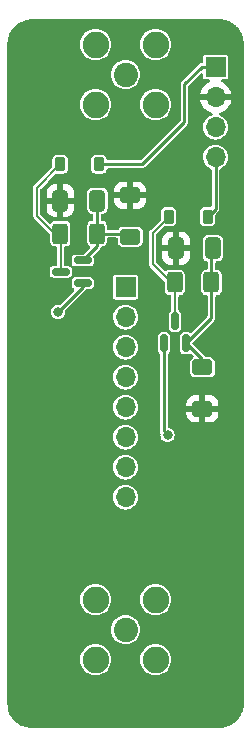
<source format=gbr>
%TF.GenerationSoftware,KiCad,Pcbnew,7.0.5*%
%TF.CreationDate,2023-06-30T17:27:13-05:00*%
%TF.ProjectId,Single.Channel.Amp,53696e67-6c65-42e4-9368-616e6e656c2e,rev?*%
%TF.SameCoordinates,Original*%
%TF.FileFunction,Copper,L4,Bot*%
%TF.FilePolarity,Positive*%
%FSLAX46Y46*%
G04 Gerber Fmt 4.6, Leading zero omitted, Abs format (unit mm)*
G04 Created by KiCad (PCBNEW 7.0.5) date 2023-06-30 17:27:13*
%MOMM*%
%LPD*%
G01*
G04 APERTURE LIST*
G04 Aperture macros list*
%AMRoundRect*
0 Rectangle with rounded corners*
0 $1 Rounding radius*
0 $2 $3 $4 $5 $6 $7 $8 $9 X,Y pos of 4 corners*
0 Add a 4 corners polygon primitive as box body*
4,1,4,$2,$3,$4,$5,$6,$7,$8,$9,$2,$3,0*
0 Add four circle primitives for the rounded corners*
1,1,$1+$1,$2,$3*
1,1,$1+$1,$4,$5*
1,1,$1+$1,$6,$7*
1,1,$1+$1,$8,$9*
0 Add four rect primitives between the rounded corners*
20,1,$1+$1,$2,$3,$4,$5,0*
20,1,$1+$1,$4,$5,$6,$7,0*
20,1,$1+$1,$6,$7,$8,$9,0*
20,1,$1+$1,$8,$9,$2,$3,0*%
G04 Aperture macros list end*
%TA.AperFunction,ComponentPad*%
%ADD10R,1.700000X1.700000*%
%TD*%
%TA.AperFunction,ComponentPad*%
%ADD11O,1.700000X1.700000*%
%TD*%
%TA.AperFunction,ComponentPad*%
%ADD12C,2.050000*%
%TD*%
%TA.AperFunction,ComponentPad*%
%ADD13C,2.250000*%
%TD*%
%TA.AperFunction,SMDPad,CuDef*%
%ADD14RoundRect,0.150000X0.150000X-0.587500X0.150000X0.587500X-0.150000X0.587500X-0.150000X-0.587500X0*%
%TD*%
%TA.AperFunction,SMDPad,CuDef*%
%ADD15RoundRect,0.225000X-0.225000X-0.375000X0.225000X-0.375000X0.225000X0.375000X-0.225000X0.375000X0*%
%TD*%
%TA.AperFunction,SMDPad,CuDef*%
%ADD16RoundRect,0.250000X0.600000X-0.400000X0.600000X0.400000X-0.600000X0.400000X-0.600000X-0.400000X0*%
%TD*%
%TA.AperFunction,SMDPad,CuDef*%
%ADD17RoundRect,0.150000X0.587500X0.150000X-0.587500X0.150000X-0.587500X-0.150000X0.587500X-0.150000X0*%
%TD*%
%TA.AperFunction,SMDPad,CuDef*%
%ADD18RoundRect,0.250000X-0.400000X-0.625000X0.400000X-0.625000X0.400000X0.625000X-0.400000X0.625000X0*%
%TD*%
%TA.AperFunction,SMDPad,CuDef*%
%ADD19RoundRect,0.225000X0.225000X0.375000X-0.225000X0.375000X-0.225000X-0.375000X0.225000X-0.375000X0*%
%TD*%
%TA.AperFunction,SMDPad,CuDef*%
%ADD20RoundRect,0.250000X0.412500X0.650000X-0.412500X0.650000X-0.412500X-0.650000X0.412500X-0.650000X0*%
%TD*%
%TA.AperFunction,ViaPad*%
%ADD21C,0.800000*%
%TD*%
%TA.AperFunction,Conductor*%
%ADD22C,0.250000*%
%TD*%
%TA.AperFunction,Conductor*%
%ADD23C,0.200000*%
%TD*%
G04 APERTURE END LIST*
D10*
%TO.P,J3,1,Pin_1*%
%TO.N,Net-(D1-A)*%
X72620000Y-19370000D03*
D11*
%TO.P,J3,2,Pin_2*%
%TO.N,GND*%
X72620000Y-21910000D03*
%TO.P,J3,3,Pin_3*%
%TO.N,GND1*%
X72620000Y-24450000D03*
%TO.P,J3,4,Pin_4*%
%TO.N,Net-(D2-K)*%
X72620000Y-26990000D03*
%TD*%
D12*
%TO.P,J4,1,In*%
%TO.N,Net-(J2-Input)*%
X65000000Y-67000000D03*
D13*
%TO.P,J4,2,Ext*%
%TO.N,GND1*%
X62460000Y-64460000D03*
X62460000Y-69540000D03*
X67540000Y-64460000D03*
X67540000Y-69540000D03*
%TD*%
D12*
%TO.P,J5,1,In*%
%TO.N,Net-(J2-Output)*%
X65000000Y-20000000D03*
D13*
%TO.P,J5,2,Ext*%
%TO.N,GND1*%
X62460000Y-17460000D03*
X62460000Y-22540000D03*
X67540000Y-17460000D03*
X67540000Y-22540000D03*
%TD*%
D10*
%TO.P,J2,1,Output*%
%TO.N,Net-(J2-Output)*%
X65000000Y-38000000D03*
D11*
%TO.P,J2,2,GND*%
%TO.N,GND1*%
X65000000Y-40540000D03*
%TO.P,J2,3,Pin_3*%
%TO.N,Net-(J2-Pin_3)*%
X65000000Y-43080000D03*
%TO.P,J2,4,Pin_4*%
%TO.N,Net-(J2-Pin_4)*%
X65000000Y-45620000D03*
%TO.P,J2,5,Pin_5*%
%TO.N,GND1*%
X65000000Y-48160000D03*
%TO.P,J2,6,Pin_6*%
X65000000Y-50700000D03*
%TO.P,J2,7,Pin_7*%
X65000000Y-53240000D03*
%TO.P,J2,8,Input*%
%TO.N,Net-(J2-Input)*%
X65000000Y-55780000D03*
%TD*%
D14*
%TO.P,Q2,1,B*%
%TO.N,Net-(D4-A)*%
X70130000Y-42750000D03*
%TO.P,Q2,2,E*%
%TO.N,Net-(Q2-E)*%
X68230000Y-42750000D03*
%TO.P,Q2,3,C*%
%TO.N,-11*%
X69180000Y-40875000D03*
%TD*%
D15*
%TO.P,D1,1,K*%
%TO.N,+11*%
X59450000Y-27595000D03*
%TO.P,D1,2,A*%
%TO.N,Net-(D1-A)*%
X62750000Y-27595000D03*
%TD*%
D16*
%TO.P,D3,1,K*%
%TO.N,Net-(D3-K)*%
X65395000Y-33725000D03*
%TO.P,D3,2,A*%
%TO.N,GND*%
X65395000Y-30225000D03*
%TD*%
D17*
%TO.P,Q1,1,B*%
%TO.N,Net-(D3-K)*%
X61382500Y-35745000D03*
%TO.P,Q1,2,E*%
%TO.N,Net-(Q1-E)*%
X61382500Y-37645000D03*
%TO.P,Q1,3,C*%
%TO.N,+11*%
X59507500Y-36695000D03*
%TD*%
D18*
%TO.P,R2,1*%
%TO.N,-11*%
X69175000Y-37605000D03*
%TO.P,R2,2*%
%TO.N,Net-(D4-A)*%
X72275000Y-37605000D03*
%TD*%
%TO.P,R1,1*%
%TO.N,+11*%
X59480000Y-33470000D03*
%TO.P,R1,2*%
%TO.N,Net-(D3-K)*%
X62580000Y-33470000D03*
%TD*%
D16*
%TO.P,D4,1,K*%
%TO.N,GND*%
X71505000Y-48300000D03*
%TO.P,D4,2,A*%
%TO.N,Net-(D4-A)*%
X71505000Y-44800000D03*
%TD*%
D19*
%TO.P,D2,1,K*%
%TO.N,Net-(D2-K)*%
X71945000Y-32030000D03*
%TO.P,D2,2,A*%
%TO.N,-11*%
X68645000Y-32030000D03*
%TD*%
D20*
%TO.P,C1,1*%
%TO.N,Net-(D3-K)*%
X62610000Y-30675000D03*
%TO.P,C1,2*%
%TO.N,GND*%
X59485000Y-30675000D03*
%TD*%
%TO.P,C2,1*%
%TO.N,Net-(D4-A)*%
X72390000Y-34710000D03*
%TO.P,C2,2*%
%TO.N,GND*%
X69265000Y-34710000D03*
%TD*%
D21*
%TO.N,GND*%
X73677500Y-42465000D03*
X56347500Y-46185000D03*
%TO.N,Net-(Q1-E)*%
X59275000Y-40110000D03*
%TO.N,Net-(Q2-E)*%
X68555000Y-50545000D03*
%TD*%
D22*
%TO.N,Net-(D3-K)*%
X62580000Y-34547500D02*
X61382500Y-35745000D01*
X65320000Y-33720000D02*
X65070000Y-33470000D01*
X62580000Y-33470000D02*
X62580000Y-34547500D01*
X65140000Y-33470000D02*
X65395000Y-33725000D01*
X62580000Y-33470000D02*
X65140000Y-33470000D01*
X62610000Y-30675000D02*
X62610000Y-33440000D01*
X62610000Y-33440000D02*
X62580000Y-33470000D01*
%TO.N,Net-(D4-A)*%
X72275000Y-37605000D02*
X72275000Y-34825000D01*
X70130000Y-42750000D02*
X72275000Y-40605000D01*
X72390000Y-37115000D02*
X71920000Y-37585000D01*
X72275000Y-40605000D02*
X72275000Y-37605000D01*
X71505000Y-44800000D02*
X71505000Y-44125000D01*
X71505000Y-44125000D02*
X70130000Y-42750000D01*
X72275000Y-34825000D02*
X72390000Y-34710000D01*
D23*
%TO.N,+11*%
X59480000Y-33470000D02*
X58990000Y-33470000D01*
X57475000Y-29570000D02*
X59450000Y-27595000D01*
X59507500Y-33497500D02*
X59480000Y-33470000D01*
X57475000Y-31955000D02*
X57475000Y-29570000D01*
X59507500Y-36695000D02*
X59507500Y-33497500D01*
X58990000Y-33470000D02*
X57475000Y-31955000D01*
D22*
%TO.N,Net-(D1-A)*%
X69985000Y-20820000D02*
X71435000Y-19370000D01*
X69985000Y-24015000D02*
X69985000Y-20820000D01*
X62750000Y-27595000D02*
X66405000Y-27595000D01*
X66405000Y-27595000D02*
X69985000Y-24015000D01*
X71435000Y-19370000D02*
X72620000Y-19370000D01*
%TO.N,Net-(D2-K)*%
X72620000Y-26990000D02*
X72620000Y-31355000D01*
X72620000Y-31355000D02*
X71945000Y-32030000D01*
D23*
%TO.N,-11*%
X67285000Y-36050000D02*
X68840000Y-37605000D01*
X69180000Y-37610000D02*
X69175000Y-37605000D01*
X68840000Y-37605000D02*
X69175000Y-37605000D01*
X68645000Y-32030000D02*
X67285000Y-33390000D01*
X69180000Y-40875000D02*
X69180000Y-37610000D01*
X67285000Y-33390000D02*
X67285000Y-36050000D01*
D22*
%TO.N,Net-(Q1-E)*%
X61382500Y-38002500D02*
X61382500Y-37645000D01*
X59275000Y-40110000D02*
X61382500Y-38002500D01*
%TO.N,Net-(Q2-E)*%
X68230000Y-50220000D02*
X68230000Y-42750000D01*
X68555000Y-50545000D02*
X68230000Y-50220000D01*
%TD*%
%TA.AperFunction,Conductor*%
%TO.N,GND*%
G36*
X73002019Y-15310633D02*
G01*
X73040149Y-15313131D01*
X73083793Y-15315992D01*
X73265459Y-15328985D01*
X73273102Y-15330015D01*
X73367572Y-15348806D01*
X73372190Y-15349912D01*
X73543719Y-15398061D01*
X73697413Y-15441204D01*
X73702315Y-15442802D01*
X73791762Y-15476164D01*
X73797481Y-15478634D01*
X73862544Y-15510719D01*
X73868651Y-15514176D01*
X74033108Y-15620000D01*
X74054728Y-15633912D01*
X74272782Y-15774225D01*
X74287440Y-15785274D01*
X74307332Y-15802718D01*
X74359510Y-15848476D01*
X74362463Y-15851243D01*
X74458770Y-15947550D01*
X74461531Y-15950498D01*
X74475243Y-15966135D01*
X74477144Y-15968410D01*
X74638444Y-16171187D01*
X74641459Y-16175318D01*
X74655410Y-16196197D01*
X74704958Y-16270351D01*
X74707824Y-16275085D01*
X74773806Y-16395921D01*
X74774996Y-16398213D01*
X74831352Y-16512492D01*
X74833839Y-16518251D01*
X74882881Y-16649737D01*
X74883500Y-16651475D01*
X74923597Y-16769597D01*
X74925472Y-16776353D01*
X74956848Y-16920589D01*
X74979980Y-17036880D01*
X74981015Y-17044560D01*
X74994021Y-17226413D01*
X74999367Y-17307966D01*
X74999500Y-17312023D01*
X74999500Y-73307976D01*
X74999367Y-73312033D01*
X74994022Y-73393558D01*
X74986015Y-73505514D01*
X74985608Y-73509442D01*
X74966386Y-73650854D01*
X74965760Y-73654599D01*
X74956842Y-73699440D01*
X74925471Y-73843647D01*
X74923596Y-73850403D01*
X74883496Y-73968531D01*
X74882879Y-73970265D01*
X74872626Y-73997758D01*
X74871277Y-74001080D01*
X74771176Y-74228425D01*
X74768848Y-74233157D01*
X74707824Y-74344914D01*
X74704958Y-74349648D01*
X74633467Y-74456641D01*
X74631549Y-74459351D01*
X74549744Y-74568631D01*
X74546723Y-74572357D01*
X74461529Y-74669502D01*
X74458755Y-74672464D01*
X74362464Y-74768755D01*
X74359502Y-74771529D01*
X74262357Y-74856723D01*
X74258631Y-74859744D01*
X74149351Y-74941549D01*
X74146641Y-74943467D01*
X74039649Y-75014957D01*
X74034914Y-75017823D01*
X73914075Y-75083806D01*
X73911790Y-75084993D01*
X73904596Y-75088541D01*
X73902019Y-75089740D01*
X73702563Y-75177002D01*
X73699377Y-75178292D01*
X73660275Y-75192876D01*
X73658538Y-75193494D01*
X73540402Y-75233596D01*
X73533647Y-75235471D01*
X73462130Y-75251029D01*
X73455117Y-75252554D01*
X73451369Y-75253250D01*
X73156664Y-75298589D01*
X73151657Y-75299152D01*
X73083568Y-75304022D01*
X73077972Y-75304389D01*
X73070672Y-75304867D01*
X73066636Y-75305000D01*
X56947817Y-75305000D01*
X56942201Y-75304745D01*
X56685599Y-75281417D01*
X56679129Y-75280482D01*
X56638251Y-75272351D01*
X56610617Y-75266854D01*
X56466352Y-75235471D01*
X56459597Y-75233596D01*
X56341465Y-75193496D01*
X56339728Y-75192877D01*
X56210480Y-75144670D01*
X56205300Y-75142466D01*
X56184183Y-75132323D01*
X56088201Y-75084990D01*
X56085909Y-75083800D01*
X56035990Y-75056542D01*
X55965081Y-75017823D01*
X55960357Y-75014962D01*
X55853348Y-74943461D01*
X55850639Y-74941543D01*
X55810592Y-74911564D01*
X55741353Y-74859732D01*
X55737648Y-74856729D01*
X55640680Y-74771690D01*
X55636671Y-74767843D01*
X55487338Y-74611116D01*
X55485610Y-74609226D01*
X55453281Y-74572362D01*
X55450260Y-74568637D01*
X55368449Y-74459351D01*
X55366531Y-74456640D01*
X55295037Y-74349641D01*
X55292170Y-74344907D01*
X55226173Y-74224042D01*
X55225024Y-74221830D01*
X55168635Y-74107483D01*
X55166160Y-74101750D01*
X55117093Y-73970198D01*
X55116540Y-73968646D01*
X55076394Y-73850378D01*
X55074529Y-73843659D01*
X55067509Y-73811387D01*
X55067137Y-73809545D01*
X55016592Y-73536600D01*
X55015715Y-73529742D01*
X55005991Y-73393778D01*
X55000632Y-73312019D01*
X55000499Y-73307993D01*
X55000499Y-69540001D01*
X61129437Y-69540001D01*
X61149650Y-69771044D01*
X61149651Y-69771051D01*
X61209678Y-69995074D01*
X61209679Y-69995076D01*
X61209680Y-69995079D01*
X61307699Y-70205282D01*
X61440730Y-70395269D01*
X61604731Y-70559270D01*
X61794718Y-70692301D01*
X62004921Y-70790320D01*
X62228950Y-70850349D01*
X62393985Y-70864787D01*
X62459998Y-70870563D01*
X62460000Y-70870563D01*
X62460002Y-70870563D01*
X62517762Y-70865509D01*
X62691050Y-70850349D01*
X62915079Y-70790320D01*
X63125282Y-70692301D01*
X63315269Y-70559270D01*
X63479270Y-70395269D01*
X63612301Y-70205282D01*
X63710320Y-69995079D01*
X63770349Y-69771050D01*
X63790563Y-69540001D01*
X66209437Y-69540001D01*
X66229650Y-69771044D01*
X66229651Y-69771051D01*
X66289678Y-69995074D01*
X66289679Y-69995076D01*
X66289680Y-69995079D01*
X66387699Y-70205282D01*
X66520730Y-70395269D01*
X66684731Y-70559270D01*
X66874718Y-70692301D01*
X67084921Y-70790320D01*
X67308950Y-70850349D01*
X67473985Y-70864787D01*
X67539998Y-70870563D01*
X67540000Y-70870563D01*
X67540002Y-70870563D01*
X67597762Y-70865509D01*
X67771050Y-70850349D01*
X67995079Y-70790320D01*
X68205282Y-70692301D01*
X68395269Y-70559270D01*
X68559270Y-70395269D01*
X68692301Y-70205282D01*
X68790320Y-69995079D01*
X68850349Y-69771050D01*
X68870563Y-69540000D01*
X68850349Y-69308950D01*
X68790320Y-69084921D01*
X68692301Y-68874719D01*
X68692299Y-68874716D01*
X68692298Y-68874714D01*
X68559273Y-68684735D01*
X68559268Y-68684729D01*
X68395269Y-68520730D01*
X68395263Y-68520726D01*
X68205282Y-68387699D01*
X67995079Y-68289680D01*
X67995076Y-68289679D01*
X67995074Y-68289678D01*
X67771051Y-68229651D01*
X67771044Y-68229650D01*
X67540002Y-68209437D01*
X67539998Y-68209437D01*
X67308955Y-68229650D01*
X67308948Y-68229651D01*
X67084917Y-68289681D01*
X66874718Y-68387699D01*
X66874714Y-68387701D01*
X66684735Y-68520726D01*
X66684729Y-68520731D01*
X66520731Y-68684729D01*
X66520726Y-68684735D01*
X66387701Y-68874714D01*
X66387699Y-68874718D01*
X66289681Y-69084917D01*
X66229651Y-69308948D01*
X66229650Y-69308955D01*
X66209437Y-69539998D01*
X66209437Y-69540001D01*
X63790563Y-69540001D01*
X63790563Y-69540000D01*
X63770349Y-69308950D01*
X63710320Y-69084921D01*
X63612301Y-68874719D01*
X63612299Y-68874716D01*
X63612298Y-68874714D01*
X63479273Y-68684735D01*
X63479268Y-68684729D01*
X63315269Y-68520730D01*
X63315263Y-68520726D01*
X63125282Y-68387699D01*
X62915079Y-68289680D01*
X62915076Y-68289679D01*
X62915074Y-68289678D01*
X62691051Y-68229651D01*
X62691044Y-68229650D01*
X62460002Y-68209437D01*
X62459998Y-68209437D01*
X62228955Y-68229650D01*
X62228948Y-68229651D01*
X62004917Y-68289681D01*
X61794718Y-68387699D01*
X61794714Y-68387701D01*
X61604735Y-68520726D01*
X61604729Y-68520731D01*
X61440731Y-68684729D01*
X61440726Y-68684735D01*
X61307701Y-68874714D01*
X61307699Y-68874718D01*
X61209681Y-69084917D01*
X61149651Y-69308948D01*
X61149650Y-69308955D01*
X61129437Y-69539998D01*
X61129437Y-69540001D01*
X55000499Y-69540001D01*
X55000499Y-67000001D01*
X63769819Y-67000001D01*
X63788507Y-67213613D01*
X63788509Y-67213624D01*
X63844005Y-67420739D01*
X63844007Y-67420743D01*
X63844008Y-67420747D01*
X63889320Y-67517918D01*
X63934631Y-67615090D01*
X63934632Y-67615091D01*
X64057627Y-67790745D01*
X64209255Y-67942373D01*
X64384909Y-68065368D01*
X64579253Y-68155992D01*
X64786381Y-68211492D01*
X64938965Y-68224841D01*
X64999998Y-68230181D01*
X65000000Y-68230181D01*
X65000002Y-68230181D01*
X65053404Y-68225508D01*
X65213619Y-68211492D01*
X65420747Y-68155992D01*
X65615091Y-68065368D01*
X65790745Y-67942373D01*
X65942373Y-67790745D01*
X66065368Y-67615091D01*
X66155992Y-67420747D01*
X66211492Y-67213619D01*
X66230181Y-67000000D01*
X66211492Y-66786381D01*
X66155992Y-66579253D01*
X66065368Y-66384910D01*
X65942373Y-66209255D01*
X65790745Y-66057627D01*
X65615091Y-65934632D01*
X65615092Y-65934632D01*
X65615090Y-65934631D01*
X65517918Y-65889320D01*
X65420747Y-65844008D01*
X65420743Y-65844007D01*
X65420739Y-65844005D01*
X65213624Y-65788509D01*
X65213620Y-65788508D01*
X65213619Y-65788508D01*
X65213618Y-65788507D01*
X65213613Y-65788507D01*
X65000002Y-65769819D01*
X64999998Y-65769819D01*
X64786386Y-65788507D01*
X64786375Y-65788509D01*
X64579260Y-65844005D01*
X64579251Y-65844009D01*
X64384910Y-65934631D01*
X64384908Y-65934632D01*
X64209259Y-66057623D01*
X64209253Y-66057628D01*
X64057628Y-66209253D01*
X64057623Y-66209259D01*
X63934632Y-66384908D01*
X63934631Y-66384910D01*
X63844009Y-66579251D01*
X63844005Y-66579260D01*
X63788509Y-66786375D01*
X63788507Y-66786386D01*
X63769819Y-66999998D01*
X63769819Y-67000001D01*
X55000499Y-67000001D01*
X55000499Y-64460001D01*
X61129437Y-64460001D01*
X61149650Y-64691044D01*
X61149651Y-64691051D01*
X61209678Y-64915074D01*
X61209679Y-64915076D01*
X61209680Y-64915079D01*
X61307699Y-65125282D01*
X61440730Y-65315269D01*
X61604731Y-65479270D01*
X61794718Y-65612301D01*
X62004921Y-65710320D01*
X62228950Y-65770349D01*
X62393985Y-65784787D01*
X62459998Y-65790563D01*
X62460000Y-65790563D01*
X62460002Y-65790563D01*
X62517762Y-65785509D01*
X62691050Y-65770349D01*
X62915079Y-65710320D01*
X63125282Y-65612301D01*
X63315269Y-65479270D01*
X63479270Y-65315269D01*
X63612301Y-65125282D01*
X63710320Y-64915079D01*
X63770349Y-64691050D01*
X63790563Y-64460001D01*
X66209437Y-64460001D01*
X66229650Y-64691044D01*
X66229651Y-64691051D01*
X66289678Y-64915074D01*
X66289679Y-64915076D01*
X66289680Y-64915079D01*
X66387699Y-65125282D01*
X66520730Y-65315269D01*
X66684731Y-65479270D01*
X66874718Y-65612301D01*
X67084921Y-65710320D01*
X67308950Y-65770349D01*
X67473985Y-65784787D01*
X67539998Y-65790563D01*
X67540000Y-65790563D01*
X67540002Y-65790563D01*
X67597762Y-65785509D01*
X67771050Y-65770349D01*
X67995079Y-65710320D01*
X68205282Y-65612301D01*
X68395269Y-65479270D01*
X68559270Y-65315269D01*
X68692301Y-65125282D01*
X68790320Y-64915079D01*
X68850349Y-64691050D01*
X68870563Y-64460000D01*
X68850349Y-64228950D01*
X68790320Y-64004921D01*
X68692301Y-63794719D01*
X68692299Y-63794716D01*
X68692298Y-63794714D01*
X68559273Y-63604735D01*
X68559268Y-63604729D01*
X68395269Y-63440730D01*
X68395263Y-63440726D01*
X68205282Y-63307699D01*
X67995079Y-63209680D01*
X67995076Y-63209679D01*
X67995074Y-63209678D01*
X67771051Y-63149651D01*
X67771044Y-63149650D01*
X67540002Y-63129437D01*
X67539998Y-63129437D01*
X67308955Y-63149650D01*
X67308948Y-63149651D01*
X67084917Y-63209681D01*
X66874718Y-63307699D01*
X66874714Y-63307701D01*
X66684735Y-63440726D01*
X66684729Y-63440731D01*
X66520731Y-63604729D01*
X66520726Y-63604735D01*
X66387701Y-63794714D01*
X66387699Y-63794718D01*
X66289681Y-64004917D01*
X66229651Y-64228948D01*
X66229650Y-64228955D01*
X66209437Y-64459998D01*
X66209437Y-64460001D01*
X63790563Y-64460001D01*
X63790563Y-64460000D01*
X63770349Y-64228950D01*
X63710320Y-64004921D01*
X63612301Y-63794719D01*
X63612299Y-63794716D01*
X63612298Y-63794714D01*
X63479273Y-63604735D01*
X63479268Y-63604729D01*
X63315269Y-63440730D01*
X63315263Y-63440726D01*
X63125282Y-63307699D01*
X62915079Y-63209680D01*
X62915076Y-63209679D01*
X62915074Y-63209678D01*
X62691051Y-63149651D01*
X62691044Y-63149650D01*
X62460002Y-63129437D01*
X62459998Y-63129437D01*
X62228955Y-63149650D01*
X62228948Y-63149651D01*
X62004917Y-63209681D01*
X61794718Y-63307699D01*
X61794714Y-63307701D01*
X61604735Y-63440726D01*
X61604729Y-63440731D01*
X61440731Y-63604729D01*
X61440726Y-63604735D01*
X61307701Y-63794714D01*
X61307699Y-63794718D01*
X61209681Y-64004917D01*
X61149651Y-64228948D01*
X61149650Y-64228955D01*
X61129437Y-64459998D01*
X61129437Y-64460001D01*
X55000499Y-64460001D01*
X55000499Y-55779999D01*
X63944417Y-55779999D01*
X63964699Y-55985932D01*
X63964700Y-55985934D01*
X64024768Y-56183954D01*
X64122315Y-56366450D01*
X64122317Y-56366452D01*
X64253589Y-56526410D01*
X64350209Y-56605702D01*
X64413550Y-56657685D01*
X64596046Y-56755232D01*
X64794066Y-56815300D01*
X64794065Y-56815300D01*
X64812529Y-56817118D01*
X65000000Y-56835583D01*
X65205934Y-56815300D01*
X65403954Y-56755232D01*
X65586450Y-56657685D01*
X65746410Y-56526410D01*
X65877685Y-56366450D01*
X65975232Y-56183954D01*
X66035300Y-55985934D01*
X66055583Y-55780000D01*
X66035300Y-55574066D01*
X65975232Y-55376046D01*
X65877685Y-55193550D01*
X65825702Y-55130209D01*
X65746410Y-55033589D01*
X65586452Y-54902317D01*
X65586453Y-54902317D01*
X65586450Y-54902315D01*
X65403954Y-54804768D01*
X65205934Y-54744700D01*
X65205932Y-54744699D01*
X65205934Y-54744699D01*
X65018463Y-54726235D01*
X65000000Y-54724417D01*
X64999999Y-54724417D01*
X64794067Y-54744699D01*
X64596043Y-54804769D01*
X64485898Y-54863643D01*
X64413550Y-54902315D01*
X64413548Y-54902316D01*
X64413547Y-54902317D01*
X64253589Y-55033589D01*
X64122317Y-55193547D01*
X64024769Y-55376043D01*
X63964699Y-55574067D01*
X63944417Y-55779999D01*
X55000499Y-55779999D01*
X55000499Y-53240000D01*
X63944417Y-53240000D01*
X63964699Y-53445932D01*
X63964700Y-53445934D01*
X64024768Y-53643954D01*
X64122315Y-53826450D01*
X64122317Y-53826452D01*
X64253589Y-53986410D01*
X64350209Y-54065702D01*
X64413550Y-54117685D01*
X64596046Y-54215232D01*
X64794066Y-54275300D01*
X64794065Y-54275300D01*
X64814347Y-54277297D01*
X65000000Y-54295583D01*
X65205934Y-54275300D01*
X65403954Y-54215232D01*
X65586450Y-54117685D01*
X65746410Y-53986410D01*
X65877685Y-53826450D01*
X65975232Y-53643954D01*
X66035300Y-53445934D01*
X66055583Y-53240000D01*
X66035300Y-53034066D01*
X65975232Y-52836046D01*
X65877685Y-52653550D01*
X65825702Y-52590209D01*
X65746410Y-52493589D01*
X65586452Y-52362317D01*
X65586453Y-52362317D01*
X65586450Y-52362315D01*
X65403954Y-52264768D01*
X65205934Y-52204700D01*
X65205932Y-52204699D01*
X65205934Y-52204699D01*
X65018463Y-52186235D01*
X65000000Y-52184417D01*
X64999999Y-52184417D01*
X64794067Y-52204699D01*
X64596043Y-52264769D01*
X64485898Y-52323643D01*
X64413550Y-52362315D01*
X64413548Y-52362316D01*
X64413547Y-52362317D01*
X64253589Y-52493589D01*
X64122317Y-52653547D01*
X64024769Y-52836043D01*
X63964699Y-53034067D01*
X63944417Y-53240000D01*
X55000499Y-53240000D01*
X55000499Y-50699999D01*
X63944417Y-50699999D01*
X63964699Y-50905932D01*
X63994734Y-51004944D01*
X64024768Y-51103954D01*
X64122315Y-51286450D01*
X64122317Y-51286452D01*
X64253589Y-51446410D01*
X64350209Y-51525702D01*
X64413550Y-51577685D01*
X64596046Y-51675232D01*
X64794066Y-51735300D01*
X64794065Y-51735300D01*
X64814347Y-51737297D01*
X65000000Y-51755583D01*
X65205934Y-51735300D01*
X65403954Y-51675232D01*
X65586450Y-51577685D01*
X65746410Y-51446410D01*
X65877685Y-51286450D01*
X65975232Y-51103954D01*
X66035300Y-50905934D01*
X66055583Y-50700000D01*
X66035300Y-50494066D01*
X65975232Y-50296046D01*
X65877685Y-50113550D01*
X65801291Y-50020463D01*
X65746410Y-49953589D01*
X65628677Y-49856969D01*
X65586450Y-49822315D01*
X65403954Y-49724768D01*
X65205934Y-49664700D01*
X65205932Y-49664699D01*
X65205934Y-49664699D01*
X65000000Y-49644417D01*
X64794067Y-49664699D01*
X64596043Y-49724769D01*
X64485898Y-49783643D01*
X64413550Y-49822315D01*
X64413548Y-49822316D01*
X64413547Y-49822317D01*
X64253589Y-49953589D01*
X64122317Y-50113547D01*
X64024769Y-50296043D01*
X63964699Y-50494067D01*
X63944417Y-50699999D01*
X55000499Y-50699999D01*
X55000499Y-48160000D01*
X63944417Y-48160000D01*
X63964699Y-48365932D01*
X63964700Y-48365934D01*
X64024768Y-48563954D01*
X64122315Y-48746450D01*
X64125217Y-48749986D01*
X64253589Y-48906410D01*
X64350209Y-48985702D01*
X64413550Y-49037685D01*
X64596046Y-49135232D01*
X64794066Y-49195300D01*
X64794065Y-49195300D01*
X64812529Y-49197118D01*
X65000000Y-49215583D01*
X65205934Y-49195300D01*
X65403954Y-49135232D01*
X65586450Y-49037685D01*
X65746410Y-48906410D01*
X65877685Y-48746450D01*
X65975232Y-48563954D01*
X66035300Y-48365934D01*
X66055583Y-48160000D01*
X66035300Y-47954066D01*
X65975232Y-47756046D01*
X65877685Y-47573550D01*
X65761235Y-47431654D01*
X65746410Y-47413589D01*
X65586452Y-47282317D01*
X65586453Y-47282317D01*
X65586450Y-47282315D01*
X65403954Y-47184768D01*
X65205934Y-47124700D01*
X65205932Y-47124699D01*
X65205934Y-47124699D01*
X65018463Y-47106235D01*
X65000000Y-47104417D01*
X64999999Y-47104417D01*
X64794067Y-47124699D01*
X64596043Y-47184769D01*
X64538287Y-47215641D01*
X64413550Y-47282315D01*
X64413548Y-47282316D01*
X64413547Y-47282317D01*
X64253589Y-47413589D01*
X64122317Y-47573547D01*
X64024769Y-47756043D01*
X63964699Y-47954067D01*
X63944417Y-48160000D01*
X55000499Y-48160000D01*
X55000499Y-45620000D01*
X63944417Y-45620000D01*
X63964699Y-45825932D01*
X63964700Y-45825934D01*
X64024768Y-46023954D01*
X64122315Y-46206450D01*
X64122317Y-46206452D01*
X64253589Y-46366410D01*
X64350209Y-46445702D01*
X64413550Y-46497685D01*
X64596046Y-46595232D01*
X64794066Y-46655300D01*
X64794065Y-46655300D01*
X64814347Y-46657297D01*
X65000000Y-46675583D01*
X65205934Y-46655300D01*
X65403954Y-46595232D01*
X65586450Y-46497685D01*
X65746410Y-46366410D01*
X65877685Y-46206450D01*
X65975232Y-46023954D01*
X66035300Y-45825934D01*
X66055583Y-45620000D01*
X66035300Y-45414066D01*
X65975232Y-45216046D01*
X65877685Y-45033550D01*
X65825702Y-44970209D01*
X65746410Y-44873589D01*
X65586452Y-44742317D01*
X65586453Y-44742317D01*
X65586450Y-44742315D01*
X65403954Y-44644768D01*
X65205934Y-44584700D01*
X65205932Y-44584699D01*
X65205934Y-44584699D01*
X65000000Y-44564417D01*
X64794067Y-44584699D01*
X64596043Y-44644769D01*
X64485898Y-44703643D01*
X64413550Y-44742315D01*
X64413548Y-44742316D01*
X64413547Y-44742317D01*
X64253589Y-44873589D01*
X64122317Y-45033547D01*
X64024769Y-45216043D01*
X63964699Y-45414067D01*
X63944417Y-45620000D01*
X55000499Y-45620000D01*
X55000499Y-43079999D01*
X63944417Y-43079999D01*
X63964699Y-43285932D01*
X63964700Y-43285934D01*
X64024768Y-43483954D01*
X64122315Y-43666450D01*
X64122317Y-43666452D01*
X64253589Y-43826410D01*
X64322383Y-43882867D01*
X64413550Y-43957685D01*
X64596046Y-44055232D01*
X64794066Y-44115300D01*
X64794065Y-44115300D01*
X64812529Y-44117118D01*
X65000000Y-44135583D01*
X65205934Y-44115300D01*
X65403954Y-44055232D01*
X65586450Y-43957685D01*
X65746410Y-43826410D01*
X65877685Y-43666450D01*
X65975232Y-43483954D01*
X66009569Y-43370760D01*
X67729500Y-43370760D01*
X67739426Y-43438891D01*
X67739427Y-43438893D01*
X67790802Y-43543983D01*
X67868182Y-43621363D01*
X67901666Y-43682684D01*
X67904500Y-43709043D01*
X67904500Y-50203078D01*
X67904264Y-50208485D01*
X67900735Y-50248808D01*
X67911212Y-50287910D01*
X67912383Y-50293190D01*
X67919411Y-50333043D01*
X67921235Y-50338055D01*
X67928197Y-50354861D01*
X67930445Y-50359683D01*
X67939210Y-50372201D01*
X67961536Y-50438408D01*
X67960572Y-50459504D01*
X67949318Y-50544996D01*
X67949318Y-50545001D01*
X67969955Y-50701760D01*
X67969956Y-50701762D01*
X68030464Y-50847841D01*
X68126718Y-50973282D01*
X68252159Y-51069536D01*
X68398238Y-51130044D01*
X68476618Y-51140363D01*
X68554999Y-51150682D01*
X68555000Y-51150682D01*
X68555001Y-51150682D01*
X68607254Y-51143802D01*
X68711762Y-51130044D01*
X68857841Y-51069536D01*
X68983282Y-50973282D01*
X69079536Y-50847841D01*
X69140044Y-50701762D01*
X69160682Y-50545000D01*
X69160681Y-50544996D01*
X69140044Y-50388239D01*
X69140044Y-50388238D01*
X69079536Y-50242159D01*
X68983282Y-50116718D01*
X68857841Y-50020464D01*
X68711762Y-49959956D01*
X68698399Y-49958196D01*
X68663313Y-49953577D01*
X68599417Y-49925309D01*
X68560946Y-49866984D01*
X68555500Y-49830638D01*
X68555500Y-48550000D01*
X70155001Y-48550000D01*
X70155001Y-48749986D01*
X70165494Y-48852697D01*
X70220641Y-49019119D01*
X70220643Y-49019124D01*
X70312684Y-49168345D01*
X70436654Y-49292315D01*
X70585875Y-49384356D01*
X70585880Y-49384358D01*
X70752302Y-49439505D01*
X70752309Y-49439506D01*
X70855019Y-49449999D01*
X71254999Y-49449999D01*
X71255000Y-49449998D01*
X71255000Y-48550000D01*
X71755000Y-48550000D01*
X71755000Y-49449999D01*
X72154972Y-49449999D01*
X72154986Y-49449998D01*
X72257697Y-49439505D01*
X72424119Y-49384358D01*
X72424124Y-49384356D01*
X72573345Y-49292315D01*
X72697315Y-49168345D01*
X72789356Y-49019124D01*
X72789358Y-49019119D01*
X72844505Y-48852697D01*
X72844506Y-48852690D01*
X72854999Y-48749986D01*
X72855000Y-48749973D01*
X72855000Y-48550000D01*
X71755000Y-48550000D01*
X71255000Y-48550000D01*
X70155001Y-48550000D01*
X68555500Y-48550000D01*
X68555500Y-48050000D01*
X70155000Y-48050000D01*
X71255000Y-48050000D01*
X71255000Y-47150000D01*
X71755000Y-47150000D01*
X71755000Y-48050000D01*
X72854999Y-48050000D01*
X72854999Y-47850028D01*
X72854998Y-47850013D01*
X72844505Y-47747302D01*
X72789358Y-47580880D01*
X72789356Y-47580875D01*
X72697315Y-47431654D01*
X72573345Y-47307684D01*
X72424124Y-47215643D01*
X72424119Y-47215641D01*
X72257697Y-47160494D01*
X72257690Y-47160493D01*
X72154986Y-47150000D01*
X71755000Y-47150000D01*
X71255000Y-47150000D01*
X70855028Y-47150000D01*
X70855012Y-47150001D01*
X70752302Y-47160494D01*
X70585880Y-47215641D01*
X70585875Y-47215643D01*
X70436654Y-47307684D01*
X70312684Y-47431654D01*
X70220643Y-47580875D01*
X70220641Y-47580880D01*
X70165494Y-47747302D01*
X70165493Y-47747309D01*
X70155000Y-47850013D01*
X70155000Y-48050000D01*
X68555500Y-48050000D01*
X68555500Y-43709043D01*
X68575185Y-43642004D01*
X68591814Y-43621366D01*
X68669198Y-43543983D01*
X68720573Y-43438893D01*
X68730500Y-43370760D01*
X69629500Y-43370760D01*
X69639426Y-43438891D01*
X69690803Y-43543985D01*
X69773514Y-43626696D01*
X69773515Y-43626696D01*
X69773517Y-43626698D01*
X69878607Y-43678073D01*
X69910254Y-43682684D01*
X69946739Y-43688000D01*
X69946740Y-43688000D01*
X70313261Y-43688000D01*
X70349746Y-43682684D01*
X70381393Y-43678073D01*
X70447170Y-43645916D01*
X70516041Y-43634157D01*
X70580338Y-43661500D01*
X70589310Y-43669636D01*
X70720361Y-43800687D01*
X70753846Y-43862010D01*
X70748862Y-43931702D01*
X70706990Y-43987635D01*
X70693611Y-43996105D01*
X70582850Y-44077850D01*
X70502207Y-44187117D01*
X70502206Y-44187119D01*
X70457353Y-44315298D01*
X70457353Y-44315300D01*
X70454500Y-44345730D01*
X70454500Y-45254269D01*
X70457353Y-45284699D01*
X70457353Y-45284701D01*
X70502206Y-45412880D01*
X70502207Y-45412882D01*
X70582850Y-45522150D01*
X70692118Y-45602793D01*
X70734845Y-45617744D01*
X70820299Y-45647646D01*
X70850730Y-45650500D01*
X70850734Y-45650500D01*
X72159270Y-45650500D01*
X72189699Y-45647646D01*
X72189701Y-45647646D01*
X72268707Y-45620000D01*
X72317882Y-45602793D01*
X72427150Y-45522150D01*
X72507793Y-45412882D01*
X72530219Y-45348790D01*
X72552646Y-45284701D01*
X72552646Y-45284699D01*
X72555500Y-45254269D01*
X72555500Y-44345730D01*
X72552646Y-44315300D01*
X72552646Y-44315298D01*
X72507793Y-44187119D01*
X72507792Y-44187117D01*
X72427150Y-44077850D01*
X72317882Y-43997207D01*
X72317880Y-43997206D01*
X72189700Y-43952353D01*
X72159270Y-43949500D01*
X72159266Y-43949500D01*
X71847025Y-43949500D01*
X71779986Y-43929815D01*
X71767262Y-43918613D01*
X71766504Y-43919518D01*
X71727182Y-43886523D01*
X71723193Y-43882867D01*
X70678006Y-42837680D01*
X70644521Y-42776357D01*
X70649505Y-42706665D01*
X70678002Y-42662323D01*
X72493204Y-40847120D01*
X72497166Y-40843489D01*
X72528194Y-40817455D01*
X72548438Y-40782390D01*
X72551335Y-40777841D01*
X72574554Y-40744684D01*
X72574554Y-40744681D01*
X72576819Y-40739824D01*
X72583747Y-40723099D01*
X72585584Y-40718050D01*
X72585588Y-40718045D01*
X72592619Y-40678162D01*
X72593777Y-40672940D01*
X72604264Y-40633807D01*
X72600735Y-40593481D01*
X72600500Y-40588078D01*
X72600500Y-38804500D01*
X72620185Y-38737461D01*
X72672989Y-38691706D01*
X72724500Y-38680500D01*
X72729270Y-38680500D01*
X72759699Y-38677646D01*
X72759701Y-38677646D01*
X72823790Y-38655219D01*
X72887882Y-38632793D01*
X72997150Y-38552150D01*
X73077793Y-38442882D01*
X73100219Y-38378790D01*
X73122646Y-38314701D01*
X73122646Y-38314699D01*
X73125500Y-38284269D01*
X73125500Y-36925730D01*
X73122646Y-36895300D01*
X73122646Y-36895298D01*
X73077793Y-36767119D01*
X73077792Y-36767117D01*
X72997150Y-36657850D01*
X72887882Y-36577207D01*
X72887880Y-36577206D01*
X72759700Y-36532353D01*
X72729270Y-36529500D01*
X72729266Y-36529500D01*
X72724500Y-36529500D01*
X72657461Y-36509815D01*
X72611706Y-36457011D01*
X72600500Y-36405500D01*
X72600500Y-35934500D01*
X72620185Y-35867461D01*
X72672989Y-35821706D01*
X72724500Y-35810500D01*
X72856770Y-35810500D01*
X72887199Y-35807646D01*
X72887201Y-35807646D01*
X72951290Y-35785219D01*
X73015382Y-35762793D01*
X73124650Y-35682150D01*
X73205293Y-35572882D01*
X73233032Y-35493608D01*
X73250146Y-35444701D01*
X73250146Y-35444699D01*
X73253000Y-35414269D01*
X73253000Y-34005730D01*
X73250146Y-33975300D01*
X73250146Y-33975298D01*
X73212596Y-33867989D01*
X73205293Y-33847118D01*
X73124650Y-33737850D01*
X73015382Y-33657207D01*
X73015380Y-33657206D01*
X72887200Y-33612353D01*
X72856770Y-33609500D01*
X72856766Y-33609500D01*
X71923234Y-33609500D01*
X71923230Y-33609500D01*
X71892800Y-33612353D01*
X71892798Y-33612353D01*
X71764619Y-33657206D01*
X71764617Y-33657207D01*
X71655350Y-33737850D01*
X71574707Y-33847117D01*
X71574706Y-33847119D01*
X71529853Y-33975298D01*
X71529853Y-33975300D01*
X71527000Y-34005730D01*
X71527000Y-35414269D01*
X71529853Y-35444699D01*
X71529853Y-35444701D01*
X71570808Y-35561740D01*
X71574707Y-35572882D01*
X71655350Y-35682150D01*
X71764618Y-35762793D01*
X71866458Y-35798428D01*
X71923231Y-35839148D01*
X71948978Y-35904101D01*
X71949500Y-35915468D01*
X71949500Y-36405500D01*
X71929815Y-36472539D01*
X71877011Y-36518294D01*
X71825500Y-36529500D01*
X71820730Y-36529500D01*
X71790300Y-36532353D01*
X71790298Y-36532353D01*
X71662119Y-36577206D01*
X71662117Y-36577207D01*
X71552850Y-36657850D01*
X71472207Y-36767117D01*
X71472206Y-36767119D01*
X71427353Y-36895298D01*
X71427353Y-36895300D01*
X71424500Y-36925730D01*
X71424500Y-38284269D01*
X71427353Y-38314699D01*
X71427353Y-38314701D01*
X71472206Y-38442880D01*
X71472207Y-38442882D01*
X71552850Y-38552150D01*
X71662118Y-38632793D01*
X71704845Y-38647744D01*
X71790299Y-38677646D01*
X71820730Y-38680500D01*
X71820734Y-38680500D01*
X71825500Y-38680500D01*
X71892539Y-38700185D01*
X71938294Y-38752989D01*
X71949500Y-38804500D01*
X71949500Y-40418811D01*
X71929815Y-40485850D01*
X71913181Y-40506492D01*
X70589310Y-41830362D01*
X70527987Y-41863847D01*
X70458295Y-41858863D01*
X70447170Y-41854082D01*
X70381393Y-41821926D01*
X70313261Y-41812000D01*
X70313260Y-41812000D01*
X69946740Y-41812000D01*
X69946739Y-41812000D01*
X69878608Y-41821926D01*
X69773514Y-41873303D01*
X69690803Y-41956014D01*
X69639426Y-42061108D01*
X69629500Y-42129239D01*
X69629500Y-43370760D01*
X68730500Y-43370760D01*
X68730500Y-42129240D01*
X68720573Y-42061107D01*
X68669198Y-41956017D01*
X68669196Y-41956015D01*
X68669196Y-41956014D01*
X68586485Y-41873303D01*
X68481391Y-41821926D01*
X68413261Y-41812000D01*
X68413260Y-41812000D01*
X68046740Y-41812000D01*
X68046739Y-41812000D01*
X67978608Y-41821926D01*
X67873514Y-41873303D01*
X67790803Y-41956014D01*
X67739426Y-42061108D01*
X67729500Y-42129239D01*
X67729500Y-43370760D01*
X66009569Y-43370760D01*
X66035300Y-43285934D01*
X66055583Y-43080000D01*
X66035300Y-42874066D01*
X65975232Y-42676046D01*
X65877685Y-42493550D01*
X65825702Y-42430209D01*
X65746410Y-42333589D01*
X65586452Y-42202317D01*
X65586453Y-42202317D01*
X65586450Y-42202315D01*
X65403954Y-42104768D01*
X65205934Y-42044700D01*
X65205932Y-42044699D01*
X65205934Y-42044699D01*
X65000000Y-42024417D01*
X64794067Y-42044699D01*
X64596043Y-42104769D01*
X64485898Y-42163643D01*
X64413550Y-42202315D01*
X64413548Y-42202316D01*
X64413547Y-42202317D01*
X64253589Y-42333589D01*
X64122317Y-42493547D01*
X64024769Y-42676043D01*
X63964699Y-42874067D01*
X63944417Y-43079999D01*
X55000499Y-43079999D01*
X55000499Y-40110001D01*
X58669318Y-40110001D01*
X58689955Y-40266760D01*
X58689956Y-40266762D01*
X58750464Y-40412841D01*
X58846718Y-40538282D01*
X58972159Y-40634536D01*
X59118238Y-40695044D01*
X59196618Y-40705363D01*
X59274999Y-40715682D01*
X59275000Y-40715682D01*
X59275001Y-40715682D01*
X59327254Y-40708802D01*
X59431762Y-40695044D01*
X59577841Y-40634536D01*
X59701043Y-40540000D01*
X63944417Y-40540000D01*
X63964699Y-40745932D01*
X63986395Y-40817453D01*
X64024768Y-40943954D01*
X64122315Y-41126450D01*
X64122317Y-41126452D01*
X64253589Y-41286410D01*
X64350209Y-41365702D01*
X64413550Y-41417685D01*
X64596046Y-41515232D01*
X64794066Y-41575300D01*
X64794065Y-41575300D01*
X64812529Y-41577118D01*
X65000000Y-41595583D01*
X65205934Y-41575300D01*
X65403954Y-41515232D01*
X65586450Y-41417685D01*
X65746410Y-41286410D01*
X65877685Y-41126450D01*
X65975232Y-40943954D01*
X66035300Y-40745934D01*
X66055583Y-40540000D01*
X66035300Y-40334066D01*
X65975232Y-40136046D01*
X65877685Y-39953550D01*
X65757546Y-39807159D01*
X65746410Y-39793589D01*
X65586452Y-39662317D01*
X65586453Y-39662317D01*
X65586450Y-39662315D01*
X65403954Y-39564768D01*
X65205934Y-39504700D01*
X65205932Y-39504699D01*
X65205934Y-39504699D01*
X65000000Y-39484417D01*
X64794067Y-39504699D01*
X64596043Y-39564769D01*
X64485898Y-39623643D01*
X64413550Y-39662315D01*
X64413548Y-39662316D01*
X64413547Y-39662317D01*
X64253589Y-39793589D01*
X64122571Y-39953238D01*
X64122315Y-39953550D01*
X64099936Y-39995418D01*
X64024769Y-40136043D01*
X63964699Y-40334067D01*
X63944417Y-40540000D01*
X59701043Y-40540000D01*
X59703282Y-40538282D01*
X59799536Y-40412841D01*
X59860044Y-40266762D01*
X59880682Y-40110000D01*
X59871752Y-40042180D01*
X59882518Y-39973145D01*
X59907008Y-39938316D01*
X60975572Y-38869752D01*
X63949500Y-38869752D01*
X63961131Y-38928229D01*
X63961132Y-38928230D01*
X64005447Y-38994552D01*
X64071769Y-39038867D01*
X64071770Y-39038868D01*
X64130247Y-39050499D01*
X64130250Y-39050500D01*
X64130252Y-39050500D01*
X65869750Y-39050500D01*
X65869751Y-39050499D01*
X65884568Y-39047552D01*
X65928229Y-39038868D01*
X65928229Y-39038867D01*
X65928231Y-39038867D01*
X65994552Y-38994552D01*
X66038867Y-38928231D01*
X66038867Y-38928229D01*
X66038868Y-38928229D01*
X66050499Y-38869752D01*
X66050500Y-38869750D01*
X66050500Y-37130249D01*
X66050499Y-37130247D01*
X66038868Y-37071770D01*
X66038867Y-37071769D01*
X65994552Y-37005447D01*
X65928230Y-36961132D01*
X65928229Y-36961131D01*
X65869752Y-36949500D01*
X65869748Y-36949500D01*
X64130252Y-36949500D01*
X64130247Y-36949500D01*
X64071770Y-36961131D01*
X64071769Y-36961132D01*
X64005447Y-37005447D01*
X63961132Y-37071769D01*
X63961131Y-37071770D01*
X63949500Y-37130247D01*
X63949500Y-38869752D01*
X60975572Y-38869752D01*
X61600704Y-38244620D01*
X61604666Y-38240989D01*
X61635694Y-38214955D01*
X61639996Y-38207502D01*
X61690563Y-38159285D01*
X61747385Y-38145500D01*
X62003261Y-38145500D01*
X62025970Y-38142191D01*
X62071393Y-38135573D01*
X62176483Y-38084198D01*
X62259198Y-38001483D01*
X62310573Y-37896393D01*
X62320500Y-37828260D01*
X62320500Y-37461740D01*
X62310573Y-37393607D01*
X62259198Y-37288517D01*
X62259196Y-37288515D01*
X62259196Y-37288514D01*
X62176485Y-37205803D01*
X62071391Y-37154426D01*
X62003261Y-37144500D01*
X62003260Y-37144500D01*
X60761740Y-37144500D01*
X60761739Y-37144500D01*
X60693608Y-37154426D01*
X60588514Y-37205803D01*
X60505803Y-37288514D01*
X60454426Y-37393608D01*
X60444500Y-37461739D01*
X60444500Y-37828260D01*
X60454426Y-37896391D01*
X60505803Y-38001485D01*
X60588514Y-38084196D01*
X60588515Y-38084196D01*
X60588517Y-38084198D01*
X60601717Y-38090651D01*
X60653300Y-38137776D01*
X60671216Y-38205310D01*
X60649777Y-38271809D01*
X60634940Y-38289733D01*
X59446684Y-39477988D01*
X59385361Y-39511473D01*
X59342818Y-39513246D01*
X59275001Y-39504318D01*
X59274999Y-39504318D01*
X59118239Y-39524955D01*
X59118237Y-39524956D01*
X58972160Y-39585463D01*
X58846718Y-39681718D01*
X58750463Y-39807160D01*
X58689956Y-39953237D01*
X58689955Y-39953239D01*
X58669318Y-40109998D01*
X58669318Y-40110001D01*
X55000499Y-40110001D01*
X55000499Y-29555885D01*
X57169621Y-29555885D01*
X57173904Y-29586591D01*
X57174499Y-29595166D01*
X57174499Y-31892163D01*
X57173904Y-31900734D01*
X57172227Y-31912762D01*
X57174434Y-31960509D01*
X57174500Y-31963372D01*
X57174500Y-31982845D01*
X57174993Y-31985482D01*
X57175982Y-31994015D01*
X57177415Y-32024991D01*
X57177416Y-32024997D01*
X57180214Y-32031334D01*
X57188664Y-32058620D01*
X57189937Y-32065429D01*
X57189937Y-32065430D01*
X57206260Y-32091793D01*
X57210263Y-32099386D01*
X57222794Y-32127765D01*
X57222795Y-32127766D01*
X57222796Y-32127768D01*
X57227689Y-32132661D01*
X57245435Y-32155065D01*
X57249077Y-32160948D01*
X57249080Y-32160951D01*
X57273826Y-32179639D01*
X57280311Y-32185282D01*
X58593181Y-33498152D01*
X58626666Y-33559475D01*
X58629500Y-33585833D01*
X58629500Y-34149269D01*
X58632353Y-34179699D01*
X58632353Y-34179701D01*
X58677206Y-34307880D01*
X58677207Y-34307882D01*
X58757850Y-34417150D01*
X58867118Y-34497793D01*
X58909845Y-34512743D01*
X58995299Y-34542646D01*
X59025730Y-34545500D01*
X59025734Y-34545500D01*
X59083000Y-34545500D01*
X59150039Y-34565185D01*
X59195794Y-34617989D01*
X59207000Y-34669500D01*
X59207000Y-36070500D01*
X59187315Y-36137539D01*
X59134511Y-36183294D01*
X59083000Y-36194500D01*
X58886739Y-36194500D01*
X58818608Y-36204426D01*
X58713514Y-36255803D01*
X58630803Y-36338514D01*
X58579426Y-36443608D01*
X58569500Y-36511739D01*
X58569500Y-36878260D01*
X58579426Y-36946391D01*
X58630803Y-37051485D01*
X58713514Y-37134196D01*
X58713515Y-37134196D01*
X58713517Y-37134198D01*
X58818607Y-37185573D01*
X58852673Y-37190536D01*
X58886739Y-37195500D01*
X58886740Y-37195500D01*
X60128261Y-37195500D01*
X60150970Y-37192191D01*
X60196393Y-37185573D01*
X60301483Y-37134198D01*
X60384198Y-37051483D01*
X60435573Y-36946393D01*
X60445500Y-36878260D01*
X60445500Y-36511740D01*
X60435573Y-36443607D01*
X60384198Y-36338517D01*
X60384196Y-36338515D01*
X60384196Y-36338514D01*
X60301485Y-36255803D01*
X60196391Y-36204426D01*
X60128261Y-36194500D01*
X60128260Y-36194500D01*
X59932000Y-36194500D01*
X59864961Y-36174815D01*
X59819206Y-36122011D01*
X59808000Y-36070500D01*
X59808000Y-35928260D01*
X60444500Y-35928260D01*
X60454426Y-35996391D01*
X60505803Y-36101485D01*
X60588514Y-36184196D01*
X60588515Y-36184196D01*
X60588517Y-36184198D01*
X60693607Y-36235573D01*
X60727673Y-36240536D01*
X60761739Y-36245500D01*
X60761740Y-36245500D01*
X62003261Y-36245500D01*
X62025970Y-36242191D01*
X62071393Y-36235573D01*
X62176483Y-36184198D01*
X62259198Y-36101483D01*
X62310573Y-35996393D01*
X62320500Y-35928260D01*
X62320500Y-35561740D01*
X62310573Y-35493607D01*
X62278415Y-35427827D01*
X62266657Y-35358956D01*
X62294001Y-35294659D01*
X62302126Y-35285698D01*
X62798204Y-34789620D01*
X62802166Y-34785989D01*
X62833194Y-34759955D01*
X62853438Y-34724890D01*
X62856335Y-34720341D01*
X62879554Y-34687184D01*
X62879554Y-34687181D01*
X62881819Y-34682324D01*
X62888747Y-34665599D01*
X62890584Y-34660550D01*
X62890588Y-34660545D01*
X62892805Y-34647967D01*
X62923829Y-34585368D01*
X62983775Y-34549475D01*
X63014921Y-34545500D01*
X63034270Y-34545500D01*
X63064699Y-34542646D01*
X63064701Y-34542646D01*
X63128790Y-34520219D01*
X63192882Y-34497793D01*
X63302150Y-34417150D01*
X63382793Y-34307882D01*
X63417149Y-34209699D01*
X63427646Y-34179701D01*
X63427646Y-34179699D01*
X63427687Y-34179266D01*
X63430500Y-34149266D01*
X63430500Y-33919500D01*
X63450185Y-33852461D01*
X63502989Y-33806706D01*
X63554500Y-33795500D01*
X64220500Y-33795500D01*
X64287539Y-33815185D01*
X64333294Y-33867989D01*
X64344500Y-33919500D01*
X64344499Y-34179269D01*
X64347353Y-34209699D01*
X64347353Y-34209701D01*
X64392206Y-34337880D01*
X64392207Y-34337882D01*
X64472850Y-34447150D01*
X64582118Y-34527793D01*
X64624566Y-34542646D01*
X64710299Y-34572646D01*
X64740730Y-34575500D01*
X64740734Y-34575500D01*
X66049270Y-34575500D01*
X66079699Y-34572646D01*
X66079701Y-34572646D01*
X66145918Y-34549475D01*
X66207882Y-34527793D01*
X66317150Y-34447150D01*
X66397793Y-34337882D01*
X66420219Y-34273790D01*
X66442646Y-34209701D01*
X66442646Y-34209699D01*
X66445500Y-34179269D01*
X66445500Y-33375885D01*
X66979621Y-33375885D01*
X66983904Y-33406591D01*
X66984499Y-33415166D01*
X66984499Y-35987163D01*
X66983904Y-35995734D01*
X66982227Y-36007762D01*
X66984434Y-36055509D01*
X66984500Y-36058372D01*
X66984500Y-36077845D01*
X66984993Y-36080482D01*
X66985982Y-36089015D01*
X66987415Y-36119991D01*
X66987416Y-36119997D01*
X66990214Y-36126334D01*
X66998664Y-36153620D01*
X66999937Y-36160429D01*
X66999937Y-36160430D01*
X66999939Y-36160433D01*
X67014093Y-36183294D01*
X67016260Y-36186793D01*
X67020263Y-36194386D01*
X67032794Y-36222765D01*
X67032795Y-36222766D01*
X67032796Y-36222768D01*
X67037689Y-36227661D01*
X67055435Y-36250065D01*
X67059077Y-36255948D01*
X67059080Y-36255951D01*
X67083826Y-36274639D01*
X67090311Y-36280282D01*
X68288181Y-37478152D01*
X68321666Y-37539475D01*
X68324500Y-37565833D01*
X68324500Y-38284269D01*
X68327353Y-38314699D01*
X68327353Y-38314701D01*
X68372206Y-38442880D01*
X68372207Y-38442882D01*
X68452850Y-38552150D01*
X68562118Y-38632793D01*
X68604845Y-38647744D01*
X68690299Y-38677646D01*
X68720730Y-38680500D01*
X68720734Y-38680500D01*
X68755500Y-38680500D01*
X68822539Y-38700185D01*
X68868294Y-38752989D01*
X68879500Y-38804500D01*
X68879500Y-39894502D01*
X68859815Y-39961541D01*
X68827555Y-39995418D01*
X68823516Y-39998301D01*
X68740803Y-40081014D01*
X68689426Y-40186108D01*
X68679500Y-40254239D01*
X68679500Y-41495760D01*
X68689426Y-41563891D01*
X68740803Y-41668985D01*
X68823514Y-41751696D01*
X68823515Y-41751696D01*
X68823517Y-41751698D01*
X68928607Y-41803073D01*
X68962673Y-41808036D01*
X68996739Y-41813000D01*
X68996740Y-41813000D01*
X69363261Y-41813000D01*
X69385970Y-41809691D01*
X69431393Y-41803073D01*
X69536483Y-41751698D01*
X69619198Y-41668983D01*
X69670573Y-41563893D01*
X69680500Y-41495760D01*
X69680500Y-40254240D01*
X69670573Y-40186107D01*
X69619198Y-40081017D01*
X69619196Y-40081015D01*
X69619196Y-40081014D01*
X69536483Y-39998301D01*
X69532445Y-39995418D01*
X69489324Y-39940442D01*
X69480500Y-39894502D01*
X69480500Y-38804500D01*
X69500185Y-38737461D01*
X69552989Y-38691706D01*
X69604500Y-38680500D01*
X69629270Y-38680500D01*
X69659699Y-38677646D01*
X69659701Y-38677646D01*
X69723790Y-38655219D01*
X69787882Y-38632793D01*
X69897150Y-38552150D01*
X69977793Y-38442882D01*
X70000219Y-38378790D01*
X70022646Y-38314701D01*
X70022646Y-38314699D01*
X70025500Y-38284269D01*
X70025500Y-36925730D01*
X70022646Y-36895300D01*
X70022646Y-36895298D01*
X69977793Y-36767119D01*
X69977792Y-36767117D01*
X69897150Y-36657850D01*
X69787882Y-36577207D01*
X69787880Y-36577206D01*
X69659700Y-36532353D01*
X69629270Y-36529500D01*
X69629266Y-36529500D01*
X68720734Y-36529500D01*
X68720730Y-36529500D01*
X68690300Y-36532353D01*
X68690298Y-36532353D01*
X68562119Y-36577206D01*
X68562118Y-36577207D01*
X68461017Y-36651822D01*
X68395388Y-36675792D01*
X68327217Y-36660476D01*
X68299703Y-36639732D01*
X67621819Y-35961847D01*
X67588334Y-35900524D01*
X67585500Y-35874166D01*
X67585500Y-34960000D01*
X68102501Y-34960000D01*
X68102501Y-35409986D01*
X68112994Y-35512697D01*
X68168141Y-35679119D01*
X68168143Y-35679124D01*
X68260184Y-35828345D01*
X68384154Y-35952315D01*
X68533375Y-36044356D01*
X68533380Y-36044358D01*
X68699802Y-36099505D01*
X68699809Y-36099506D01*
X68802519Y-36109999D01*
X69014999Y-36109999D01*
X69015000Y-36109998D01*
X69015000Y-34960000D01*
X69515000Y-34960000D01*
X69515000Y-36109999D01*
X69727472Y-36109999D01*
X69727486Y-36109998D01*
X69830197Y-36099505D01*
X69996619Y-36044358D01*
X69996624Y-36044356D01*
X70145845Y-35952315D01*
X70269815Y-35828345D01*
X70361856Y-35679124D01*
X70361858Y-35679119D01*
X70417005Y-35512697D01*
X70417006Y-35512690D01*
X70427499Y-35409986D01*
X70427500Y-35409973D01*
X70427500Y-34960000D01*
X69515000Y-34960000D01*
X69015000Y-34960000D01*
X68102501Y-34960000D01*
X67585500Y-34960000D01*
X67585500Y-34460000D01*
X68102500Y-34460000D01*
X69015000Y-34460000D01*
X69015000Y-33310000D01*
X69515000Y-33310000D01*
X69515000Y-34460000D01*
X70427499Y-34460000D01*
X70427499Y-34010028D01*
X70427498Y-34010013D01*
X70417005Y-33907302D01*
X70361858Y-33740880D01*
X70361856Y-33740875D01*
X70269815Y-33591654D01*
X70145845Y-33467684D01*
X69996624Y-33375643D01*
X69996619Y-33375641D01*
X69830197Y-33320494D01*
X69830190Y-33320493D01*
X69727486Y-33310000D01*
X69515000Y-33310000D01*
X69015000Y-33310000D01*
X68802529Y-33310000D01*
X68802512Y-33310001D01*
X68699802Y-33320494D01*
X68533380Y-33375641D01*
X68533375Y-33375643D01*
X68384154Y-33467684D01*
X68260184Y-33591654D01*
X68168143Y-33740875D01*
X68168141Y-33740880D01*
X68112994Y-33907302D01*
X68112993Y-33907309D01*
X68102500Y-34010013D01*
X68102500Y-34460000D01*
X67585500Y-34460000D01*
X67585500Y-33565832D01*
X67605185Y-33498793D01*
X67621819Y-33478151D01*
X67918596Y-33181374D01*
X68240798Y-32859171D01*
X68302119Y-32825688D01*
X68347876Y-32824381D01*
X68386508Y-32830500D01*
X68386512Y-32830500D01*
X68903493Y-32830500D01*
X69003121Y-32814720D01*
X69003121Y-32814719D01*
X69003126Y-32814719D01*
X69123220Y-32753528D01*
X69218528Y-32658220D01*
X69279719Y-32538126D01*
X69279720Y-32538121D01*
X69295500Y-32438493D01*
X71294500Y-32438493D01*
X71310279Y-32538121D01*
X71310280Y-32538124D01*
X71310281Y-32538126D01*
X71358173Y-32632119D01*
X71371473Y-32658221D01*
X71371476Y-32658225D01*
X71466774Y-32753523D01*
X71466778Y-32753526D01*
X71466780Y-32753528D01*
X71586874Y-32814719D01*
X71586876Y-32814719D01*
X71586878Y-32814720D01*
X71686507Y-32830500D01*
X71686512Y-32830500D01*
X72203493Y-32830500D01*
X72303121Y-32814720D01*
X72303121Y-32814719D01*
X72303126Y-32814719D01*
X72423220Y-32753528D01*
X72518528Y-32658220D01*
X72579719Y-32538126D01*
X72579720Y-32538121D01*
X72595500Y-32438493D01*
X72595500Y-31891187D01*
X72615185Y-31824148D01*
X72631814Y-31803511D01*
X72838210Y-31597115D01*
X72842172Y-31593484D01*
X72873194Y-31567455D01*
X72893444Y-31532379D01*
X72896328Y-31527852D01*
X72919554Y-31494684D01*
X72919554Y-31494681D01*
X72921819Y-31489824D01*
X72928747Y-31473099D01*
X72930587Y-31468046D01*
X72930588Y-31468045D01*
X72937621Y-31428150D01*
X72938777Y-31422937D01*
X72949263Y-31383807D01*
X72945735Y-31343489D01*
X72945500Y-31338086D01*
X72945500Y-28080583D01*
X72965185Y-28013544D01*
X73017989Y-27967789D01*
X73022049Y-27966021D01*
X73023945Y-27965234D01*
X73023954Y-27965232D01*
X73206450Y-27867685D01*
X73366410Y-27736410D01*
X73497685Y-27576450D01*
X73595232Y-27393954D01*
X73655300Y-27195934D01*
X73675583Y-26990000D01*
X73655300Y-26784066D01*
X73595232Y-26586046D01*
X73497685Y-26403550D01*
X73445702Y-26340209D01*
X73366410Y-26243589D01*
X73206452Y-26112317D01*
X73206453Y-26112317D01*
X73206450Y-26112315D01*
X73023954Y-26014768D01*
X72825934Y-25954700D01*
X72825932Y-25954699D01*
X72825934Y-25954699D01*
X72620000Y-25934417D01*
X72414067Y-25954699D01*
X72216043Y-26014769D01*
X72105898Y-26073643D01*
X72033550Y-26112315D01*
X72033548Y-26112316D01*
X72033547Y-26112317D01*
X71873589Y-26243589D01*
X71742317Y-26403547D01*
X71644769Y-26586043D01*
X71584699Y-26784067D01*
X71564417Y-26990000D01*
X71584699Y-27195932D01*
X71601044Y-27249815D01*
X71644768Y-27393954D01*
X71742315Y-27576450D01*
X71742317Y-27576452D01*
X71873589Y-27736410D01*
X71967148Y-27813191D01*
X72033550Y-27867685D01*
X72216046Y-27965232D01*
X72216051Y-27965233D01*
X72217951Y-27966021D01*
X72218796Y-27966701D01*
X72221419Y-27968104D01*
X72221153Y-27968601D01*
X72272355Y-28009862D01*
X72294421Y-28076156D01*
X72294500Y-28080583D01*
X72294500Y-31105500D01*
X72274815Y-31172539D01*
X72222011Y-31218294D01*
X72170500Y-31229500D01*
X71686507Y-31229500D01*
X71586878Y-31245279D01*
X71466778Y-31306473D01*
X71466774Y-31306476D01*
X71371476Y-31401774D01*
X71371473Y-31401778D01*
X71310279Y-31521878D01*
X71294500Y-31621506D01*
X71294500Y-32438493D01*
X69295500Y-32438493D01*
X69295500Y-31621506D01*
X69279720Y-31521878D01*
X69279719Y-31521876D01*
X69279719Y-31521874D01*
X69218528Y-31401780D01*
X69218526Y-31401778D01*
X69218523Y-31401774D01*
X69123225Y-31306476D01*
X69123221Y-31306473D01*
X69123220Y-31306472D01*
X69003126Y-31245281D01*
X69003124Y-31245280D01*
X69003121Y-31245279D01*
X68903493Y-31229500D01*
X68903488Y-31229500D01*
X68386512Y-31229500D01*
X68386507Y-31229500D01*
X68286878Y-31245279D01*
X68166778Y-31306473D01*
X68166774Y-31306476D01*
X68071476Y-31401774D01*
X68071473Y-31401778D01*
X68010279Y-31521878D01*
X67994500Y-31621506D01*
X67994500Y-32204165D01*
X67974815Y-32271204D01*
X67958181Y-32291846D01*
X67116948Y-33133080D01*
X67110464Y-33138722D01*
X67100768Y-33146044D01*
X67068559Y-33181374D01*
X67066585Y-33183442D01*
X67052827Y-33197200D01*
X67052822Y-33197206D01*
X67051306Y-33199420D01*
X67045976Y-33206148D01*
X67025083Y-33229066D01*
X67025083Y-33229067D01*
X67022578Y-33235533D01*
X67009259Y-33260802D01*
X67005345Y-33266515D01*
X67005343Y-33266521D01*
X66998244Y-33296699D01*
X66995702Y-33304907D01*
X66984500Y-33333826D01*
X66984500Y-33340751D01*
X66981206Y-33369141D01*
X66979621Y-33375877D01*
X66979621Y-33375885D01*
X66445500Y-33375885D01*
X66445500Y-33270730D01*
X66442646Y-33240300D01*
X66442646Y-33240298D01*
X66397793Y-33112119D01*
X66397792Y-33112117D01*
X66384520Y-33094134D01*
X66317150Y-33002850D01*
X66207882Y-32922207D01*
X66207880Y-32922206D01*
X66079700Y-32877353D01*
X66049270Y-32874500D01*
X66049266Y-32874500D01*
X64740734Y-32874500D01*
X64740730Y-32874500D01*
X64710300Y-32877353D01*
X64710298Y-32877353D01*
X64582119Y-32922206D01*
X64582117Y-32922207D01*
X64472850Y-33002850D01*
X64405480Y-33094134D01*
X64349833Y-33136384D01*
X64305710Y-33144500D01*
X63554500Y-33144500D01*
X63487461Y-33124815D01*
X63441706Y-33072011D01*
X63430500Y-33020500D01*
X63430500Y-32922206D01*
X63430500Y-32790734D01*
X63427646Y-32760301D01*
X63427646Y-32760300D01*
X63427646Y-32760298D01*
X63382793Y-32632119D01*
X63382792Y-32632117D01*
X63370925Y-32616038D01*
X63302150Y-32522850D01*
X63192882Y-32442207D01*
X63192880Y-32442206D01*
X63064700Y-32397353D01*
X63047921Y-32395780D01*
X62983013Y-32369922D01*
X62942388Y-32313076D01*
X62935500Y-32272322D01*
X62935500Y-31899500D01*
X62955185Y-31832461D01*
X63007989Y-31786706D01*
X63059500Y-31775500D01*
X63076770Y-31775500D01*
X63107199Y-31772646D01*
X63107201Y-31772646D01*
X63171290Y-31750219D01*
X63235382Y-31727793D01*
X63344650Y-31647150D01*
X63425293Y-31537882D01*
X63449730Y-31468045D01*
X63470146Y-31409701D01*
X63470146Y-31409699D01*
X63473000Y-31379269D01*
X63473000Y-30475000D01*
X64045001Y-30475000D01*
X64045001Y-30674986D01*
X64055494Y-30777697D01*
X64110641Y-30944119D01*
X64110643Y-30944124D01*
X64202684Y-31093345D01*
X64326654Y-31217315D01*
X64475875Y-31309356D01*
X64475880Y-31309358D01*
X64642302Y-31364505D01*
X64642309Y-31364506D01*
X64745019Y-31374999D01*
X65144999Y-31374999D01*
X65145000Y-31374998D01*
X65644999Y-31374998D01*
X65645000Y-31374999D01*
X66044972Y-31374999D01*
X66044986Y-31374998D01*
X66147697Y-31364505D01*
X66314119Y-31309358D01*
X66314124Y-31309356D01*
X66463345Y-31217315D01*
X66587315Y-31093345D01*
X66679356Y-30944124D01*
X66679358Y-30944119D01*
X66734505Y-30777697D01*
X66734506Y-30777690D01*
X66744999Y-30674986D01*
X66745000Y-30674973D01*
X66745000Y-30475000D01*
X65645000Y-30475000D01*
X65644999Y-31374998D01*
X65145000Y-31374998D01*
X65145000Y-30475000D01*
X64045001Y-30475000D01*
X63473000Y-30475000D01*
X63473000Y-29975000D01*
X64045000Y-29975000D01*
X65144999Y-29975000D01*
X65144999Y-29075000D01*
X65645000Y-29075000D01*
X65645000Y-29975000D01*
X66744999Y-29975000D01*
X66744999Y-29775028D01*
X66744998Y-29775013D01*
X66734505Y-29672302D01*
X66679358Y-29505880D01*
X66679356Y-29505875D01*
X66587315Y-29356654D01*
X66463345Y-29232684D01*
X66314124Y-29140643D01*
X66314119Y-29140641D01*
X66147697Y-29085494D01*
X66147690Y-29085493D01*
X66044986Y-29075000D01*
X65645000Y-29075000D01*
X65144999Y-29075000D01*
X64745028Y-29075000D01*
X64745012Y-29075001D01*
X64642302Y-29085494D01*
X64475880Y-29140641D01*
X64475875Y-29140643D01*
X64326654Y-29232684D01*
X64202684Y-29356654D01*
X64110643Y-29505875D01*
X64110641Y-29505880D01*
X64055494Y-29672302D01*
X64055493Y-29672309D01*
X64045000Y-29775013D01*
X64045000Y-29975000D01*
X63473000Y-29975000D01*
X63473000Y-29970730D01*
X63470146Y-29940300D01*
X63470146Y-29940298D01*
X63425293Y-29812119D01*
X63425292Y-29812117D01*
X63397908Y-29775013D01*
X63344650Y-29702850D01*
X63235382Y-29622207D01*
X63235380Y-29622206D01*
X63107200Y-29577353D01*
X63076770Y-29574500D01*
X63076766Y-29574500D01*
X62143234Y-29574500D01*
X62143230Y-29574500D01*
X62112800Y-29577353D01*
X62112798Y-29577353D01*
X61984619Y-29622206D01*
X61984617Y-29622207D01*
X61875350Y-29702850D01*
X61794707Y-29812117D01*
X61794706Y-29812119D01*
X61749853Y-29940298D01*
X61749853Y-29940300D01*
X61747000Y-29970730D01*
X61747000Y-31379269D01*
X61749853Y-31409699D01*
X61749853Y-31409701D01*
X61794706Y-31537880D01*
X61794707Y-31537882D01*
X61875350Y-31647150D01*
X61984618Y-31727793D01*
X62027345Y-31742744D01*
X62112799Y-31772646D01*
X62143230Y-31775500D01*
X62143234Y-31775500D01*
X62160500Y-31775500D01*
X62227539Y-31795185D01*
X62273294Y-31847989D01*
X62284500Y-31899500D01*
X62284500Y-32270500D01*
X62264815Y-32337539D01*
X62212011Y-32383294D01*
X62160500Y-32394500D01*
X62125730Y-32394500D01*
X62095300Y-32397353D01*
X62095298Y-32397353D01*
X61967119Y-32442206D01*
X61967117Y-32442207D01*
X61857850Y-32522850D01*
X61777207Y-32632117D01*
X61777206Y-32632119D01*
X61732353Y-32760298D01*
X61732353Y-32760300D01*
X61729500Y-32790730D01*
X61729500Y-34149269D01*
X61732353Y-34179699D01*
X61732353Y-34179701D01*
X61777206Y-34307880D01*
X61777207Y-34307882D01*
X61857850Y-34417150D01*
X61967002Y-34497707D01*
X61967557Y-34498117D01*
X62009807Y-34553764D01*
X62015266Y-34623421D01*
X61982198Y-34684970D01*
X61981604Y-34685568D01*
X61458993Y-35208181D01*
X61397670Y-35241666D01*
X61371312Y-35244500D01*
X60761739Y-35244500D01*
X60693608Y-35254426D01*
X60588514Y-35305803D01*
X60505803Y-35388514D01*
X60454426Y-35493608D01*
X60444500Y-35561739D01*
X60444500Y-35928260D01*
X59808000Y-35928260D01*
X59808000Y-34669500D01*
X59827685Y-34602461D01*
X59880489Y-34556706D01*
X59931370Y-34545637D01*
X59931370Y-34545636D01*
X59931376Y-34545635D01*
X59932000Y-34545500D01*
X59934270Y-34545500D01*
X59964699Y-34542646D01*
X59964701Y-34542646D01*
X60028790Y-34520219D01*
X60092882Y-34497793D01*
X60202150Y-34417150D01*
X60282793Y-34307882D01*
X60317149Y-34209699D01*
X60327646Y-34179701D01*
X60327646Y-34179699D01*
X60330500Y-34149269D01*
X60330500Y-32790730D01*
X60327646Y-32760300D01*
X60327646Y-32760298D01*
X60282793Y-32632119D01*
X60282792Y-32632117D01*
X60270925Y-32616038D01*
X60202150Y-32522850D01*
X60092882Y-32442207D01*
X60092880Y-32442206D01*
X59964700Y-32397353D01*
X59934270Y-32394500D01*
X59934266Y-32394500D01*
X59025734Y-32394500D01*
X59025730Y-32394500D01*
X58995300Y-32397353D01*
X58995298Y-32397353D01*
X58867119Y-32442206D01*
X58867117Y-32442207D01*
X58757849Y-32522850D01*
X58720255Y-32573788D01*
X58664607Y-32616038D01*
X58594951Y-32621495D01*
X58533402Y-32588427D01*
X58532805Y-32587834D01*
X57811819Y-31866848D01*
X57778334Y-31805525D01*
X57775500Y-31779167D01*
X57775500Y-30925000D01*
X58322501Y-30925000D01*
X58322501Y-31374986D01*
X58332994Y-31477697D01*
X58388141Y-31644119D01*
X58388143Y-31644124D01*
X58480184Y-31793345D01*
X58604154Y-31917315D01*
X58753375Y-32009356D01*
X58753380Y-32009358D01*
X58919802Y-32064505D01*
X58919809Y-32064506D01*
X59022519Y-32074999D01*
X59234999Y-32074999D01*
X59235000Y-32074998D01*
X59734999Y-32074998D01*
X59735000Y-32074999D01*
X59947472Y-32074999D01*
X59947486Y-32074998D01*
X60050197Y-32064505D01*
X60216619Y-32009358D01*
X60216624Y-32009356D01*
X60365845Y-31917315D01*
X60489815Y-31793345D01*
X60581856Y-31644124D01*
X60581858Y-31644119D01*
X60637005Y-31477697D01*
X60637006Y-31477690D01*
X60647499Y-31374986D01*
X60647500Y-31374973D01*
X60647500Y-30925000D01*
X59735000Y-30925000D01*
X59734999Y-32074998D01*
X59235000Y-32074998D01*
X59235000Y-30925000D01*
X58322501Y-30925000D01*
X57775500Y-30925000D01*
X57775500Y-30425000D01*
X58322500Y-30425000D01*
X59234999Y-30425000D01*
X59234999Y-29275000D01*
X59735000Y-29275000D01*
X59735000Y-30425000D01*
X60647499Y-30425000D01*
X60647499Y-29975028D01*
X60647498Y-29975013D01*
X60637005Y-29872302D01*
X60581858Y-29705880D01*
X60581856Y-29705875D01*
X60489815Y-29556654D01*
X60365845Y-29432684D01*
X60216624Y-29340643D01*
X60216619Y-29340641D01*
X60050197Y-29285494D01*
X60050190Y-29285493D01*
X59947486Y-29275000D01*
X59735000Y-29275000D01*
X59234999Y-29275000D01*
X59022529Y-29275000D01*
X59022512Y-29275001D01*
X58919802Y-29285494D01*
X58753380Y-29340641D01*
X58753375Y-29340643D01*
X58604154Y-29432684D01*
X58480184Y-29556654D01*
X58388143Y-29705875D01*
X58388141Y-29705880D01*
X58332994Y-29872302D01*
X58332993Y-29872309D01*
X58322500Y-29975013D01*
X58322500Y-30425000D01*
X57775500Y-30425000D01*
X57775500Y-29745832D01*
X57795185Y-29678793D01*
X57811819Y-29658151D01*
X58394970Y-29075000D01*
X59045798Y-28424171D01*
X59107119Y-28390688D01*
X59152876Y-28389381D01*
X59191508Y-28395500D01*
X59191512Y-28395500D01*
X59708493Y-28395500D01*
X59808121Y-28379720D01*
X59808121Y-28379719D01*
X59808126Y-28379719D01*
X59928220Y-28318528D01*
X60023528Y-28223220D01*
X60084719Y-28103126D01*
X60084720Y-28103121D01*
X60100500Y-28003493D01*
X62099500Y-28003493D01*
X62115279Y-28103121D01*
X62115280Y-28103122D01*
X62115281Y-28103126D01*
X62176472Y-28223220D01*
X62176473Y-28223221D01*
X62176476Y-28223225D01*
X62271774Y-28318523D01*
X62271778Y-28318526D01*
X62271780Y-28318528D01*
X62391874Y-28379719D01*
X62391876Y-28379719D01*
X62391878Y-28379720D01*
X62491507Y-28395500D01*
X62491512Y-28395500D01*
X63008493Y-28395500D01*
X63108121Y-28379720D01*
X63108121Y-28379719D01*
X63108126Y-28379719D01*
X63228220Y-28318528D01*
X63323528Y-28223220D01*
X63384719Y-28103126D01*
X63384720Y-28103121D01*
X63397078Y-28025101D01*
X63427008Y-27961967D01*
X63486319Y-27925036D01*
X63519551Y-27920500D01*
X66388078Y-27920500D01*
X66393481Y-27920735D01*
X66433807Y-27924264D01*
X66472940Y-27913777D01*
X66478162Y-27912619D01*
X66518045Y-27905588D01*
X66518050Y-27905584D01*
X66523099Y-27903747D01*
X66539824Y-27896819D01*
X66544681Y-27894554D01*
X66544684Y-27894554D01*
X66577841Y-27871335D01*
X66582390Y-27868438D01*
X66617455Y-27848194D01*
X66643481Y-27817176D01*
X66647122Y-27813202D01*
X70203204Y-24257120D01*
X70207166Y-24253489D01*
X70238194Y-24227455D01*
X70258438Y-24192390D01*
X70261335Y-24187841D01*
X70284554Y-24154684D01*
X70284554Y-24154681D01*
X70286819Y-24149824D01*
X70293747Y-24133099D01*
X70295584Y-24128050D01*
X70295588Y-24128045D01*
X70302619Y-24088162D01*
X70303777Y-24082940D01*
X70314264Y-24043807D01*
X70310735Y-24003478D01*
X70310500Y-23998075D01*
X70310500Y-21006188D01*
X70330185Y-20939149D01*
X70346819Y-20918507D01*
X71357819Y-19907507D01*
X71419142Y-19874022D01*
X71488834Y-19879006D01*
X71544767Y-19920878D01*
X71569184Y-19986342D01*
X71569500Y-19995188D01*
X71569500Y-20239752D01*
X71581131Y-20298229D01*
X71581132Y-20298230D01*
X71625447Y-20364552D01*
X71691769Y-20408867D01*
X71691770Y-20408868D01*
X71750247Y-20420499D01*
X71750250Y-20420500D01*
X72060543Y-20420500D01*
X72127582Y-20440185D01*
X72173337Y-20492989D01*
X72183281Y-20562147D01*
X72154256Y-20625703D01*
X72112948Y-20656882D01*
X71942422Y-20736399D01*
X71942420Y-20736400D01*
X71748926Y-20871886D01*
X71748920Y-20871891D01*
X71581891Y-21038920D01*
X71581886Y-21038926D01*
X71446400Y-21232420D01*
X71446399Y-21232422D01*
X71346570Y-21446507D01*
X71346567Y-21446513D01*
X71289364Y-21659999D01*
X71289364Y-21660000D01*
X72186314Y-21660000D01*
X72160507Y-21700156D01*
X72120000Y-21838111D01*
X72120000Y-21981889D01*
X72160507Y-22119844D01*
X72186314Y-22160000D01*
X71289364Y-22160000D01*
X71346567Y-22373486D01*
X71346570Y-22373492D01*
X71446399Y-22587578D01*
X71581894Y-22781082D01*
X71748917Y-22948105D01*
X71942421Y-23083600D01*
X72156507Y-23183429D01*
X72156516Y-23183433D01*
X72278649Y-23216158D01*
X72338310Y-23252523D01*
X72368839Y-23315369D01*
X72360545Y-23384745D01*
X72316059Y-23438623D01*
X72282552Y-23454593D01*
X72216046Y-23474767D01*
X72085358Y-23544622D01*
X72033550Y-23572315D01*
X72033548Y-23572316D01*
X72033547Y-23572317D01*
X71873589Y-23703589D01*
X71742317Y-23863547D01*
X71742315Y-23863550D01*
X71725050Y-23895851D01*
X71644769Y-24046043D01*
X71584699Y-24244067D01*
X71564417Y-24450000D01*
X71584699Y-24655932D01*
X71584700Y-24655934D01*
X71644768Y-24853954D01*
X71742315Y-25036450D01*
X71742317Y-25036452D01*
X71873589Y-25196410D01*
X71970209Y-25275702D01*
X72033550Y-25327685D01*
X72216046Y-25425232D01*
X72414066Y-25485300D01*
X72414065Y-25485300D01*
X72432529Y-25487118D01*
X72620000Y-25505583D01*
X72825934Y-25485300D01*
X73023954Y-25425232D01*
X73206450Y-25327685D01*
X73366410Y-25196410D01*
X73497685Y-25036450D01*
X73595232Y-24853954D01*
X73655300Y-24655934D01*
X73675583Y-24450000D01*
X73655300Y-24244066D01*
X73595232Y-24046046D01*
X73497685Y-23863550D01*
X73437585Y-23790318D01*
X73366410Y-23703589D01*
X73206452Y-23572317D01*
X73206453Y-23572317D01*
X73206450Y-23572315D01*
X73023954Y-23474768D01*
X72957447Y-23454593D01*
X72899009Y-23416296D01*
X72870553Y-23352484D01*
X72881113Y-23283417D01*
X72927337Y-23231023D01*
X72961350Y-23216158D01*
X73083483Y-23183433D01*
X73083492Y-23183429D01*
X73297578Y-23083600D01*
X73491082Y-22948105D01*
X73658105Y-22781082D01*
X73793600Y-22587578D01*
X73893429Y-22373492D01*
X73893432Y-22373486D01*
X73950636Y-22160000D01*
X73053686Y-22160000D01*
X73079493Y-22119844D01*
X73120000Y-21981889D01*
X73120000Y-21838111D01*
X73079493Y-21700156D01*
X73053686Y-21660000D01*
X73950636Y-21660000D01*
X73950635Y-21659999D01*
X73893432Y-21446513D01*
X73893429Y-21446507D01*
X73793600Y-21232422D01*
X73793599Y-21232420D01*
X73658113Y-21038926D01*
X73658108Y-21038920D01*
X73491082Y-20871894D01*
X73297578Y-20736399D01*
X73127052Y-20656882D01*
X73074613Y-20610710D01*
X73055461Y-20543516D01*
X73075677Y-20476635D01*
X73128842Y-20431300D01*
X73179457Y-20420500D01*
X73489750Y-20420500D01*
X73489751Y-20420499D01*
X73504568Y-20417552D01*
X73548229Y-20408868D01*
X73548229Y-20408867D01*
X73548231Y-20408867D01*
X73614552Y-20364552D01*
X73658867Y-20298231D01*
X73658867Y-20298229D01*
X73658868Y-20298229D01*
X73670499Y-20239752D01*
X73670500Y-20239750D01*
X73670500Y-18500249D01*
X73670499Y-18500247D01*
X73658868Y-18441770D01*
X73658867Y-18441769D01*
X73614552Y-18375447D01*
X73548230Y-18331132D01*
X73548229Y-18331131D01*
X73489752Y-18319500D01*
X73489748Y-18319500D01*
X71750252Y-18319500D01*
X71750247Y-18319500D01*
X71691770Y-18331131D01*
X71691769Y-18331132D01*
X71625447Y-18375447D01*
X71581132Y-18441769D01*
X71581131Y-18441770D01*
X71569500Y-18500247D01*
X71569500Y-18919701D01*
X71549815Y-18986740D01*
X71497011Y-19032495D01*
X71434692Y-19043229D01*
X71406193Y-19040735D01*
X71406191Y-19040735D01*
X71367091Y-19051212D01*
X71361811Y-19052383D01*
X71321959Y-19059410D01*
X71316961Y-19061229D01*
X71300117Y-19068206D01*
X71295313Y-19070446D01*
X71262166Y-19093656D01*
X71257606Y-19096562D01*
X71222548Y-19116804D01*
X71222540Y-19116810D01*
X71196523Y-19147815D01*
X71192869Y-19151804D01*
X69766803Y-20577870D01*
X69762814Y-20581525D01*
X69731805Y-20607545D01*
X69711562Y-20642606D01*
X69708656Y-20647166D01*
X69685446Y-20680313D01*
X69683206Y-20685117D01*
X69676229Y-20701961D01*
X69674410Y-20706959D01*
X69667383Y-20746811D01*
X69666212Y-20752091D01*
X69655735Y-20791191D01*
X69659264Y-20831513D01*
X69659500Y-20836920D01*
X69659500Y-23828812D01*
X69639815Y-23895851D01*
X69623181Y-23916493D01*
X66306493Y-27233181D01*
X66245170Y-27266666D01*
X66218812Y-27269500D01*
X63519551Y-27269500D01*
X63452512Y-27249815D01*
X63406757Y-27197011D01*
X63397078Y-27164899D01*
X63384720Y-27086877D01*
X63384719Y-27086875D01*
X63384719Y-27086874D01*
X63323528Y-26966780D01*
X63323526Y-26966778D01*
X63323523Y-26966774D01*
X63228225Y-26871476D01*
X63228221Y-26871473D01*
X63228220Y-26871473D01*
X63228220Y-26871472D01*
X63108126Y-26810281D01*
X63108124Y-26810280D01*
X63108121Y-26810279D01*
X63008493Y-26794500D01*
X63008488Y-26794500D01*
X62491512Y-26794500D01*
X62491507Y-26794500D01*
X62391878Y-26810279D01*
X62271778Y-26871473D01*
X62271774Y-26871476D01*
X62176476Y-26966774D01*
X62176473Y-26966778D01*
X62115279Y-27086878D01*
X62099500Y-27186506D01*
X62099500Y-28003493D01*
X60100500Y-28003493D01*
X60100500Y-27186506D01*
X60084720Y-27086878D01*
X60084719Y-27086876D01*
X60084719Y-27086874D01*
X60023528Y-26966780D01*
X60023526Y-26966778D01*
X60023523Y-26966774D01*
X59928225Y-26871476D01*
X59928221Y-26871473D01*
X59928220Y-26871473D01*
X59928220Y-26871472D01*
X59808126Y-26810281D01*
X59808124Y-26810280D01*
X59808121Y-26810279D01*
X59708493Y-26794500D01*
X59708488Y-26794500D01*
X59191512Y-26794500D01*
X59191507Y-26794500D01*
X59091878Y-26810279D01*
X58971778Y-26871473D01*
X58971774Y-26871476D01*
X58876476Y-26966774D01*
X58876473Y-26966778D01*
X58815279Y-27086878D01*
X58799499Y-27186506D01*
X58799500Y-27769166D01*
X58779815Y-27836205D01*
X58763181Y-27856847D01*
X57306948Y-29313080D01*
X57300464Y-29318722D01*
X57290768Y-29326044D01*
X57258559Y-29361374D01*
X57256585Y-29363442D01*
X57242827Y-29377200D01*
X57242822Y-29377206D01*
X57241306Y-29379420D01*
X57235976Y-29386148D01*
X57215083Y-29409066D01*
X57215083Y-29409067D01*
X57212578Y-29415533D01*
X57199259Y-29440802D01*
X57195345Y-29446515D01*
X57195343Y-29446521D01*
X57188244Y-29476699D01*
X57185702Y-29484907D01*
X57174500Y-29513826D01*
X57174500Y-29520751D01*
X57171206Y-29549141D01*
X57169621Y-29555877D01*
X57169621Y-29555885D01*
X55000499Y-29555885D01*
X55000499Y-22540001D01*
X61129437Y-22540001D01*
X61149650Y-22771044D01*
X61149651Y-22771051D01*
X61209678Y-22995074D01*
X61209679Y-22995076D01*
X61209680Y-22995079D01*
X61307699Y-23205282D01*
X61440730Y-23395269D01*
X61604731Y-23559270D01*
X61794718Y-23692301D01*
X62004921Y-23790320D01*
X62228950Y-23850349D01*
X62379806Y-23863547D01*
X62459998Y-23870563D01*
X62460000Y-23870563D01*
X62460002Y-23870563D01*
X62517762Y-23865509D01*
X62691050Y-23850349D01*
X62915079Y-23790320D01*
X63125282Y-23692301D01*
X63315269Y-23559270D01*
X63479270Y-23395269D01*
X63612301Y-23205282D01*
X63710320Y-22995079D01*
X63770349Y-22771050D01*
X63790563Y-22540001D01*
X66209437Y-22540001D01*
X66229650Y-22771044D01*
X66229651Y-22771051D01*
X66289678Y-22995074D01*
X66289679Y-22995076D01*
X66289680Y-22995079D01*
X66387699Y-23205282D01*
X66520730Y-23395269D01*
X66684731Y-23559270D01*
X66874718Y-23692301D01*
X67084921Y-23790320D01*
X67308950Y-23850349D01*
X67459806Y-23863547D01*
X67539998Y-23870563D01*
X67540000Y-23870563D01*
X67540002Y-23870563D01*
X67597762Y-23865509D01*
X67771050Y-23850349D01*
X67995079Y-23790320D01*
X68205282Y-23692301D01*
X68395269Y-23559270D01*
X68559270Y-23395269D01*
X68692301Y-23205282D01*
X68790320Y-22995079D01*
X68850349Y-22771050D01*
X68870563Y-22540000D01*
X68850349Y-22308950D01*
X68790320Y-22084921D01*
X68692301Y-21874719D01*
X68692299Y-21874716D01*
X68692298Y-21874714D01*
X68559273Y-21684735D01*
X68559268Y-21684729D01*
X68395269Y-21520730D01*
X68344310Y-21485048D01*
X68205282Y-21387699D01*
X67995079Y-21289680D01*
X67995076Y-21289679D01*
X67995074Y-21289678D01*
X67771051Y-21229651D01*
X67771044Y-21229650D01*
X67540002Y-21209437D01*
X67539998Y-21209437D01*
X67308955Y-21229650D01*
X67308948Y-21229651D01*
X67084917Y-21289681D01*
X66874718Y-21387699D01*
X66874714Y-21387701D01*
X66684735Y-21520726D01*
X66684729Y-21520731D01*
X66520731Y-21684729D01*
X66520726Y-21684735D01*
X66387701Y-21874714D01*
X66387699Y-21874718D01*
X66289681Y-22084917D01*
X66229651Y-22308948D01*
X66229650Y-22308955D01*
X66209437Y-22539998D01*
X66209437Y-22540001D01*
X63790563Y-22540001D01*
X63790563Y-22540000D01*
X63770349Y-22308950D01*
X63710320Y-22084921D01*
X63612301Y-21874719D01*
X63612299Y-21874716D01*
X63612298Y-21874714D01*
X63479273Y-21684735D01*
X63479268Y-21684729D01*
X63315269Y-21520730D01*
X63264310Y-21485048D01*
X63125282Y-21387699D01*
X62915079Y-21289680D01*
X62915076Y-21289679D01*
X62915074Y-21289678D01*
X62691051Y-21229651D01*
X62691044Y-21229650D01*
X62460002Y-21209437D01*
X62459998Y-21209437D01*
X62228955Y-21229650D01*
X62228948Y-21229651D01*
X62004917Y-21289681D01*
X61794718Y-21387699D01*
X61794714Y-21387701D01*
X61604735Y-21520726D01*
X61604729Y-21520731D01*
X61440731Y-21684729D01*
X61440726Y-21684735D01*
X61307701Y-21874714D01*
X61307699Y-21874718D01*
X61209681Y-22084917D01*
X61149651Y-22308948D01*
X61149650Y-22308955D01*
X61129437Y-22539998D01*
X61129437Y-22540001D01*
X55000499Y-22540001D01*
X55000499Y-20000001D01*
X63769819Y-20000001D01*
X63788507Y-20213613D01*
X63788509Y-20213624D01*
X63844005Y-20420739D01*
X63844007Y-20420743D01*
X63844008Y-20420747D01*
X63870069Y-20476635D01*
X63934631Y-20615090D01*
X64030561Y-20752091D01*
X64057627Y-20790745D01*
X64209255Y-20942373D01*
X64384909Y-21065368D01*
X64579253Y-21155992D01*
X64786381Y-21211492D01*
X64938966Y-21224841D01*
X64999998Y-21230181D01*
X65000000Y-21230181D01*
X65000002Y-21230181D01*
X65053404Y-21225508D01*
X65213619Y-21211492D01*
X65420747Y-21155992D01*
X65615091Y-21065368D01*
X65790745Y-20942373D01*
X65942373Y-20790745D01*
X66065368Y-20615091D01*
X66155992Y-20420747D01*
X66211492Y-20213619D01*
X66230181Y-20000000D01*
X66211492Y-19786381D01*
X66155992Y-19579253D01*
X66065368Y-19384910D01*
X65942373Y-19209255D01*
X65790745Y-19057627D01*
X65782586Y-19051914D01*
X65615090Y-18934631D01*
X65517919Y-18889320D01*
X65420747Y-18844008D01*
X65420743Y-18844007D01*
X65420739Y-18844005D01*
X65213624Y-18788509D01*
X65213620Y-18788508D01*
X65213619Y-18788508D01*
X65213618Y-18788507D01*
X65213613Y-18788507D01*
X65000002Y-18769819D01*
X64999998Y-18769819D01*
X64786386Y-18788507D01*
X64786375Y-18788509D01*
X64579260Y-18844005D01*
X64579251Y-18844009D01*
X64384910Y-18934631D01*
X64384908Y-18934632D01*
X64209259Y-19057623D01*
X64209253Y-19057628D01*
X64057628Y-19209253D01*
X64057623Y-19209259D01*
X63934632Y-19384908D01*
X63934631Y-19384910D01*
X63844009Y-19579251D01*
X63844005Y-19579260D01*
X63788509Y-19786375D01*
X63788507Y-19786386D01*
X63769819Y-19999998D01*
X63769819Y-20000001D01*
X55000499Y-20000001D01*
X55000499Y-17460001D01*
X61129437Y-17460001D01*
X61149650Y-17691044D01*
X61149651Y-17691051D01*
X61209678Y-17915074D01*
X61209679Y-17915076D01*
X61209680Y-17915079D01*
X61307699Y-18125282D01*
X61440730Y-18315269D01*
X61604731Y-18479270D01*
X61794718Y-18612301D01*
X62004921Y-18710320D01*
X62228950Y-18770349D01*
X62393985Y-18784787D01*
X62459998Y-18790563D01*
X62460000Y-18790563D01*
X62460002Y-18790563D01*
X62517762Y-18785509D01*
X62691050Y-18770349D01*
X62915079Y-18710320D01*
X63125282Y-18612301D01*
X63315269Y-18479270D01*
X63479270Y-18315269D01*
X63612301Y-18125282D01*
X63710320Y-17915079D01*
X63770349Y-17691050D01*
X63790563Y-17460001D01*
X66209437Y-17460001D01*
X66229650Y-17691044D01*
X66229651Y-17691051D01*
X66289678Y-17915074D01*
X66289679Y-17915076D01*
X66289680Y-17915079D01*
X66387699Y-18125282D01*
X66520730Y-18315269D01*
X66684731Y-18479270D01*
X66874718Y-18612301D01*
X67084921Y-18710320D01*
X67308950Y-18770349D01*
X67473985Y-18784787D01*
X67539998Y-18790563D01*
X67540000Y-18790563D01*
X67540002Y-18790563D01*
X67597762Y-18785509D01*
X67771050Y-18770349D01*
X67995079Y-18710320D01*
X68205282Y-18612301D01*
X68395269Y-18479270D01*
X68559270Y-18315269D01*
X68692301Y-18125282D01*
X68790320Y-17915079D01*
X68850349Y-17691050D01*
X68870563Y-17460000D01*
X68850349Y-17228950D01*
X68790320Y-17004921D01*
X68692301Y-16794719D01*
X68692299Y-16794716D01*
X68692298Y-16794714D01*
X68559273Y-16604735D01*
X68559268Y-16604729D01*
X68395269Y-16440730D01*
X68370381Y-16423303D01*
X68205282Y-16307699D01*
X67995079Y-16209680D01*
X67995076Y-16209679D01*
X67995074Y-16209678D01*
X67771051Y-16149651D01*
X67771044Y-16149650D01*
X67540002Y-16129437D01*
X67539998Y-16129437D01*
X67308955Y-16149650D01*
X67308948Y-16149651D01*
X67084917Y-16209681D01*
X66874718Y-16307699D01*
X66874714Y-16307701D01*
X66684735Y-16440726D01*
X66684729Y-16440731D01*
X66520731Y-16604729D01*
X66520726Y-16604735D01*
X66387701Y-16794714D01*
X66387699Y-16794718D01*
X66289681Y-17004917D01*
X66229651Y-17228948D01*
X66229650Y-17228955D01*
X66209437Y-17459998D01*
X66209437Y-17460001D01*
X63790563Y-17460001D01*
X63790563Y-17460000D01*
X63770349Y-17228950D01*
X63710320Y-17004921D01*
X63612301Y-16794719D01*
X63612299Y-16794716D01*
X63612298Y-16794714D01*
X63479273Y-16604735D01*
X63479268Y-16604729D01*
X63315269Y-16440730D01*
X63290381Y-16423303D01*
X63125282Y-16307699D01*
X62915079Y-16209680D01*
X62915076Y-16209679D01*
X62915074Y-16209678D01*
X62691051Y-16149651D01*
X62691044Y-16149650D01*
X62460002Y-16129437D01*
X62459998Y-16129437D01*
X62228955Y-16149650D01*
X62228948Y-16149651D01*
X62004917Y-16209681D01*
X61794718Y-16307699D01*
X61794714Y-16307701D01*
X61604735Y-16440726D01*
X61604729Y-16440731D01*
X61440731Y-16604729D01*
X61440726Y-16604735D01*
X61307701Y-16794714D01*
X61307699Y-16794718D01*
X61209681Y-17004917D01*
X61149651Y-17228948D01*
X61149650Y-17228955D01*
X61129437Y-17459998D01*
X61129437Y-17460001D01*
X55000499Y-17460001D01*
X55000499Y-17312023D01*
X55000632Y-17307981D01*
X55002463Y-17280034D01*
X55005990Y-17226226D01*
X55010715Y-17160169D01*
X55011798Y-17152250D01*
X55035219Y-17036880D01*
X55108157Y-16677592D01*
X55110194Y-16670050D01*
X55116530Y-16651385D01*
X55117123Y-16649719D01*
X55133904Y-16604729D01*
X55164736Y-16522061D01*
X55176970Y-16497790D01*
X55456059Y-16068744D01*
X55477205Y-16044052D01*
X55934491Y-15633910D01*
X55969200Y-15611923D01*
X56545807Y-15369381D01*
X56567512Y-15362520D01*
X56610457Y-15353177D01*
X56626483Y-15349989D01*
X56631595Y-15349195D01*
X56940034Y-15314495D01*
X56942834Y-15314246D01*
X56965993Y-15312728D01*
X56997981Y-15310633D01*
X57002035Y-15310500D01*
X72997964Y-15310500D01*
X73002019Y-15310633D01*
G37*
%TD.AperFunction*%
%TD*%
M02*

</source>
